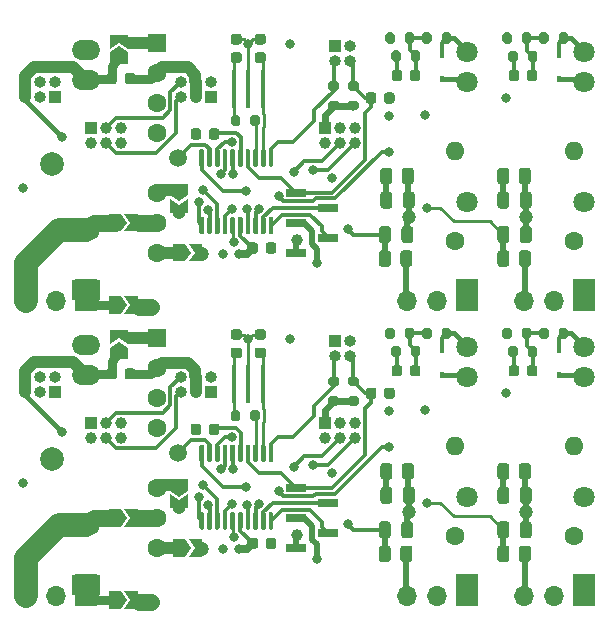
<source format=gbr>
%TF.GenerationSoftware,KiCad,Pcbnew,(5.1.10)-1*%
%TF.CreationDate,2022-01-18T18:17:05+07:00*%
%TF.ProjectId,Power_manager_v3_pnlz1x2,506f7765-725f-46d6-916e-616765725f76,rev?*%
%TF.SameCoordinates,Original*%
%TF.FileFunction,Copper,L1,Top*%
%TF.FilePolarity,Positive*%
%FSLAX46Y46*%
G04 Gerber Fmt 4.6, Leading zero omitted, Abs format (unit mm)*
G04 Created by KiCad (PCBNEW (5.1.10)-1) date 2022-01-18 18:17:05*
%MOMM*%
%LPD*%
G01*
G04 APERTURE LIST*
%TA.AperFunction,ComponentPad*%
%ADD10R,1.000000X1.000000*%
%TD*%
%TA.AperFunction,ComponentPad*%
%ADD11O,1.000000X1.000000*%
%TD*%
%TA.AperFunction,ComponentPad*%
%ADD12R,1.900000X2.700000*%
%TD*%
%TA.AperFunction,ComponentPad*%
%ADD13O,1.700000X1.700000*%
%TD*%
%TA.AperFunction,ComponentPad*%
%ADD14O,2.400000X1.700000*%
%TD*%
%TA.AperFunction,ComponentPad*%
%ADD15R,2.400000X1.700000*%
%TD*%
%TA.AperFunction,ComponentPad*%
%ADD16R,1.600000X1.600000*%
%TD*%
%TA.AperFunction,ComponentPad*%
%ADD17C,1.600000*%
%TD*%
%TA.AperFunction,ComponentPad*%
%ADD18C,1.000000*%
%TD*%
%TA.AperFunction,SMDPad,CuDef*%
%ADD19R,1.800000X0.650000*%
%TD*%
%TA.AperFunction,SMDPad,CuDef*%
%ADD20R,0.400000X3.200000*%
%TD*%
%TA.AperFunction,SMDPad,CuDef*%
%ADD21C,0.020000*%
%TD*%
%TA.AperFunction,ComponentPad*%
%ADD22C,2.000000*%
%TD*%
%TA.AperFunction,ComponentPad*%
%ADD23R,1.800000X1.800000*%
%TD*%
%TA.AperFunction,ComponentPad*%
%ADD24C,1.800000*%
%TD*%
%TA.AperFunction,ComponentPad*%
%ADD25O,1.600000X1.600000*%
%TD*%
%TA.AperFunction,ComponentPad*%
%ADD26C,1.500000*%
%TD*%
%TA.AperFunction,SMDPad,CuDef*%
%ADD27R,0.450000X0.600000*%
%TD*%
%TA.AperFunction,ViaPad*%
%ADD28C,0.800000*%
%TD*%
%TA.AperFunction,ViaPad*%
%ADD29C,1.200000*%
%TD*%
%TA.AperFunction,ViaPad*%
%ADD30C,1.000000*%
%TD*%
%TA.AperFunction,Conductor*%
%ADD31C,0.800000*%
%TD*%
%TA.AperFunction,Conductor*%
%ADD32C,1.000000*%
%TD*%
%TA.AperFunction,Conductor*%
%ADD33C,0.300000*%
%TD*%
%TA.AperFunction,Conductor*%
%ADD34C,0.500000*%
%TD*%
%TA.AperFunction,Conductor*%
%ADD35C,1.400000*%
%TD*%
%TA.AperFunction,Conductor*%
%ADD36C,0.250000*%
%TD*%
%TA.AperFunction,Conductor*%
%ADD37C,0.400000*%
%TD*%
%TA.AperFunction,Conductor*%
%ADD38C,0.600000*%
%TD*%
%TA.AperFunction,Conductor*%
%ADD39C,0.700000*%
%TD*%
%TA.AperFunction,Conductor*%
%ADD40C,2.000000*%
%TD*%
G04 APERTURE END LIST*
D10*
%TO.P,JP4,1*%
%TO.N,GNDPWR*%
X87540000Y-77632000D03*
D11*
%TO.P,JP4,2*%
%TO.N,Net-(JP4-Pad2)*%
X87540000Y-78902000D03*
%TO.P,JP4,3*%
%TO.N,GNDPWR*%
X88810000Y-77632000D03*
%TO.P,JP4,4*%
%TO.N,/nRst*%
X88810000Y-78902000D03*
%TD*%
D12*
%TO.P,J1,1*%
%TO.N,Net-(J1-Pad1)*%
X66458000Y-98714000D03*
D13*
%TO.P,J1,2*%
%TO.N,N/C*%
X63918000Y-99222000D03*
%TO.P,J1,3*%
%TO.N,Net-(J1-Pad3)*%
X61378000Y-99222000D03*
%TD*%
D12*
%TO.P,J3,1*%
%TO.N,Net-(J3-Pad1)*%
X98716000Y-98714000D03*
D13*
%TO.P,J3,2*%
%TO.N,N/C*%
X96176000Y-99222000D03*
%TO.P,J3,3*%
%TO.N,/Load1N*%
X93636000Y-99222000D03*
%TD*%
D12*
%TO.P,J4,1*%
%TO.N,Net-(J4-Pad1)*%
X108622000Y-98714000D03*
D13*
%TO.P,J4,2*%
%TO.N,N/C*%
X106082000Y-99222000D03*
%TO.P,J4,3*%
%TO.N,/Load2N*%
X103542000Y-99222000D03*
%TD*%
D14*
%TO.P,U1,4*%
%TO.N,GND1*%
X66458000Y-78013000D03*
%TO.P,U1,3*%
%TO.N,+5V*%
X66458000Y-80553000D03*
%TO.P,U1,2*%
%TO.N,Net-(J1-Pad3)*%
X66458000Y-93253000D03*
D15*
%TO.P,U1,1*%
%TO.N,Net-(J1-Pad1)*%
X66458000Y-98333000D03*
%TD*%
D16*
%TO.P,U4,1*%
%TO.N,Net-(C6-Pad2)*%
X72427000Y-77378000D03*
D17*
%TO.P,U4,2*%
%TO.N,GND1*%
X72427000Y-79918000D03*
%TO.P,U4,3*%
%TO.N,+5P*%
X72427000Y-82458000D03*
%TO.P,U4,4*%
%TO.N,/+5V_state*%
X72427000Y-84998000D03*
%TO.P,U4,5*%
%TO.N,Net-(JP5-Pad1)*%
X72436500Y-90078000D03*
%TO.P,U4,6*%
%TO.N,GNDPWR*%
X72427000Y-92618000D03*
%TO.P,U4,7*%
%TO.N,Net-(JP6-Pad1)*%
X72427000Y-95158000D03*
%TD*%
D10*
%TO.P,U7,A1*%
%TO.N,/+5V_state*%
X66839000Y-84617000D03*
D18*
%TO.P,U7,A2*%
%TO.N,/I2C_Int*%
X66839000Y-85887000D03*
%TO.P,U7,A3*%
%TO.N,/sda0*%
X68109000Y-84617000D03*
%TO.P,U7,A4*%
%TO.N,/scl0*%
X68109000Y-85887000D03*
%TO.P,U7,A5*%
%TO.N,+5P*%
X69379000Y-84617000D03*
%TO.P,U7,A6*%
%TO.N,GND1*%
X69379000Y-85887000D03*
D10*
%TO.P,U7,B1*%
%TO.N,+3.3VP*%
X86651000Y-84617000D03*
D18*
%TO.P,U7,B2*%
%TO.N,GNDPWR*%
X86651000Y-85887000D03*
%TO.P,U7,B3*%
%TO.N,/I2C_SDA*%
X87921000Y-84617000D03*
%TO.P,U7,B4*%
%TO.N,/I2C_SCL*%
X87921000Y-85887000D03*
%TO.P,U7,B5*%
%TO.N,/+5V_valid*%
X89191000Y-84617000D03*
%TO.P,U7,B6*%
%TO.N,/Int*%
X89191000Y-85887000D03*
%TD*%
D19*
%TO.P,J5,2*%
%TO.N,/SWCLK*%
X86938000Y-93888000D03*
%TO.P,J5,4*%
%TO.N,/SWDIO*%
X86938000Y-91348000D03*
%TO.P,J5,1*%
%TO.N,+3.3VP*%
X84238000Y-95158000D03*
%TO.P,J5,3*%
%TO.N,GNDPWR*%
X84238000Y-92618000D03*
%TO.P,J5,5*%
%TO.N,/nRst*%
X84238000Y-90078000D03*
%TD*%
%TO.P,C5,1*%
%TO.N,Net-(C5-Pad1)*%
%TA.AperFunction,SMDPad,CuDef*%
G36*
G01*
X79408000Y-79098000D02*
X78908000Y-79098000D01*
G75*
G02*
X78683000Y-78873000I0J225000D01*
G01*
X78683000Y-78423000D01*
G75*
G02*
X78908000Y-78198000I225000J0D01*
G01*
X79408000Y-78198000D01*
G75*
G02*
X79633000Y-78423000I0J-225000D01*
G01*
X79633000Y-78873000D01*
G75*
G02*
X79408000Y-79098000I-225000J0D01*
G01*
G37*
%TD.AperFunction*%
%TO.P,C5,2*%
%TO.N,GNDPWR*%
%TA.AperFunction,SMDPad,CuDef*%
G36*
G01*
X79408000Y-77548000D02*
X78908000Y-77548000D01*
G75*
G02*
X78683000Y-77323000I0J225000D01*
G01*
X78683000Y-76873000D01*
G75*
G02*
X78908000Y-76648000I225000J0D01*
G01*
X79408000Y-76648000D01*
G75*
G02*
X79633000Y-76873000I0J-225000D01*
G01*
X79633000Y-77323000D01*
G75*
G02*
X79408000Y-77548000I-225000J0D01*
G01*
G37*
%TD.AperFunction*%
%TD*%
%TO.P,R24,1*%
%TO.N,Net-(C5-Pad1)*%
%TA.AperFunction,SMDPad,CuDef*%
G36*
G01*
X78695000Y-84257000D02*
X78695000Y-83707000D01*
G75*
G02*
X78895000Y-83507000I200000J0D01*
G01*
X79295000Y-83507000D01*
G75*
G02*
X79495000Y-83707000I0J-200000D01*
G01*
X79495000Y-84257000D01*
G75*
G02*
X79295000Y-84457000I-200000J0D01*
G01*
X78895000Y-84457000D01*
G75*
G02*
X78695000Y-84257000I0J200000D01*
G01*
G37*
%TD.AperFunction*%
%TO.P,R24,2*%
%TO.N,Net-(R24-Pad2)*%
%TA.AperFunction,SMDPad,CuDef*%
G36*
G01*
X80345000Y-84257000D02*
X80345000Y-83707000D01*
G75*
G02*
X80545000Y-83507000I200000J0D01*
G01*
X80945000Y-83507000D01*
G75*
G02*
X81145000Y-83707000I0J-200000D01*
G01*
X81145000Y-84257000D01*
G75*
G02*
X80945000Y-84457000I-200000J0D01*
G01*
X80545000Y-84457000D01*
G75*
G02*
X80345000Y-84257000I0J200000D01*
G01*
G37*
%TD.AperFunction*%
%TD*%
%TO.P,U5,1*%
%TO.N,Net-(JP4-Pad2)*%
%TA.AperFunction,SMDPad,CuDef*%
G36*
G01*
X81987000Y-86409500D02*
X82187000Y-86409500D01*
G75*
G02*
X82287000Y-86509500I0J-100000D01*
G01*
X82287000Y-87784500D01*
G75*
G02*
X82187000Y-87884500I-100000J0D01*
G01*
X81987000Y-87884500D01*
G75*
G02*
X81887000Y-87784500I0J100000D01*
G01*
X81887000Y-86509500D01*
G75*
G02*
X81987000Y-86409500I100000J0D01*
G01*
G37*
%TD.AperFunction*%
%TO.P,U5,2*%
%TO.N,Net-(C4-Pad1)*%
%TA.AperFunction,SMDPad,CuDef*%
G36*
G01*
X81337000Y-86409500D02*
X81537000Y-86409500D01*
G75*
G02*
X81637000Y-86509500I0J-100000D01*
G01*
X81637000Y-87784500D01*
G75*
G02*
X81537000Y-87884500I-100000J0D01*
G01*
X81337000Y-87884500D01*
G75*
G02*
X81237000Y-87784500I0J100000D01*
G01*
X81237000Y-86509500D01*
G75*
G02*
X81337000Y-86409500I100000J0D01*
G01*
G37*
%TD.AperFunction*%
%TO.P,U5,3*%
%TO.N,Net-(R24-Pad2)*%
%TA.AperFunction,SMDPad,CuDef*%
G36*
G01*
X80687000Y-86409500D02*
X80887000Y-86409500D01*
G75*
G02*
X80987000Y-86509500I0J-100000D01*
G01*
X80987000Y-87784500D01*
G75*
G02*
X80887000Y-87884500I-100000J0D01*
G01*
X80687000Y-87884500D01*
G75*
G02*
X80587000Y-87784500I0J100000D01*
G01*
X80587000Y-86509500D01*
G75*
G02*
X80687000Y-86409500I100000J0D01*
G01*
G37*
%TD.AperFunction*%
%TO.P,U5,4*%
%TO.N,/nRst*%
%TA.AperFunction,SMDPad,CuDef*%
G36*
G01*
X80037000Y-86409500D02*
X80237000Y-86409500D01*
G75*
G02*
X80337000Y-86509500I0J-100000D01*
G01*
X80337000Y-87784500D01*
G75*
G02*
X80237000Y-87884500I-100000J0D01*
G01*
X80037000Y-87884500D01*
G75*
G02*
X79937000Y-87784500I0J100000D01*
G01*
X79937000Y-86509500D01*
G75*
G02*
X80037000Y-86409500I100000J0D01*
G01*
G37*
%TD.AperFunction*%
%TO.P,U5,5*%
%TO.N,Net-(C17-Pad2)*%
%TA.AperFunction,SMDPad,CuDef*%
G36*
G01*
X79387000Y-86409500D02*
X79587000Y-86409500D01*
G75*
G02*
X79687000Y-86509500I0J-100000D01*
G01*
X79687000Y-87784500D01*
G75*
G02*
X79587000Y-87884500I-100000J0D01*
G01*
X79387000Y-87884500D01*
G75*
G02*
X79287000Y-87784500I0J100000D01*
G01*
X79287000Y-86509500D01*
G75*
G02*
X79387000Y-86409500I100000J0D01*
G01*
G37*
%TD.AperFunction*%
%TO.P,U5,6*%
%TO.N,/Int*%
%TA.AperFunction,SMDPad,CuDef*%
G36*
G01*
X78737000Y-86409500D02*
X78937000Y-86409500D01*
G75*
G02*
X79037000Y-86509500I0J-100000D01*
G01*
X79037000Y-87784500D01*
G75*
G02*
X78937000Y-87884500I-100000J0D01*
G01*
X78737000Y-87884500D01*
G75*
G02*
X78637000Y-87784500I0J100000D01*
G01*
X78637000Y-86509500D01*
G75*
G02*
X78737000Y-86409500I100000J0D01*
G01*
G37*
%TD.AperFunction*%
%TO.P,U5,7*%
%TO.N,/L1_o1_nEn*%
%TA.AperFunction,SMDPad,CuDef*%
G36*
G01*
X78087000Y-86409500D02*
X78287000Y-86409500D01*
G75*
G02*
X78387000Y-86509500I0J-100000D01*
G01*
X78387000Y-87784500D01*
G75*
G02*
X78287000Y-87884500I-100000J0D01*
G01*
X78087000Y-87884500D01*
G75*
G02*
X77987000Y-87784500I0J100000D01*
G01*
X77987000Y-86509500D01*
G75*
G02*
X78087000Y-86409500I100000J0D01*
G01*
G37*
%TD.AperFunction*%
%TO.P,U5,8*%
%TO.N,/L1_o2_nEn*%
%TA.AperFunction,SMDPad,CuDef*%
G36*
G01*
X77437000Y-86409500D02*
X77637000Y-86409500D01*
G75*
G02*
X77737000Y-86509500I0J-100000D01*
G01*
X77737000Y-87784500D01*
G75*
G02*
X77637000Y-87884500I-100000J0D01*
G01*
X77437000Y-87884500D01*
G75*
G02*
X77337000Y-87784500I0J100000D01*
G01*
X77337000Y-86509500D01*
G75*
G02*
X77437000Y-86409500I100000J0D01*
G01*
G37*
%TD.AperFunction*%
%TO.P,U5,9*%
%TO.N,Net-(KP1-Pad1)*%
%TA.AperFunction,SMDPad,CuDef*%
G36*
G01*
X76787000Y-86409500D02*
X76987000Y-86409500D01*
G75*
G02*
X77087000Y-86509500I0J-100000D01*
G01*
X77087000Y-87784500D01*
G75*
G02*
X76987000Y-87884500I-100000J0D01*
G01*
X76787000Y-87884500D01*
G75*
G02*
X76687000Y-87784500I0J100000D01*
G01*
X76687000Y-86509500D01*
G75*
G02*
X76787000Y-86409500I100000J0D01*
G01*
G37*
%TD.AperFunction*%
%TO.P,U5,10*%
%TO.N,/SPI_SSEL*%
%TA.AperFunction,SMDPad,CuDef*%
G36*
G01*
X76137000Y-86409500D02*
X76337000Y-86409500D01*
G75*
G02*
X76437000Y-86509500I0J-100000D01*
G01*
X76437000Y-87784500D01*
G75*
G02*
X76337000Y-87884500I-100000J0D01*
G01*
X76137000Y-87884500D01*
G75*
G02*
X76037000Y-87784500I0J100000D01*
G01*
X76037000Y-86509500D01*
G75*
G02*
X76137000Y-86409500I100000J0D01*
G01*
G37*
%TD.AperFunction*%
%TO.P,U5,11*%
%TO.N,/SPI_SCLK*%
%TA.AperFunction,SMDPad,CuDef*%
G36*
G01*
X76137000Y-92134500D02*
X76337000Y-92134500D01*
G75*
G02*
X76437000Y-92234500I0J-100000D01*
G01*
X76437000Y-93509500D01*
G75*
G02*
X76337000Y-93609500I-100000J0D01*
G01*
X76137000Y-93609500D01*
G75*
G02*
X76037000Y-93509500I0J100000D01*
G01*
X76037000Y-92234500D01*
G75*
G02*
X76137000Y-92134500I100000J0D01*
G01*
G37*
%TD.AperFunction*%
%TO.P,U5,12*%
%TO.N,/SPI_MISO*%
%TA.AperFunction,SMDPad,CuDef*%
G36*
G01*
X76787000Y-92134500D02*
X76987000Y-92134500D01*
G75*
G02*
X77087000Y-92234500I0J-100000D01*
G01*
X77087000Y-93509500D01*
G75*
G02*
X76987000Y-93609500I-100000J0D01*
G01*
X76787000Y-93609500D01*
G75*
G02*
X76687000Y-93509500I0J100000D01*
G01*
X76687000Y-92234500D01*
G75*
G02*
X76787000Y-92134500I100000J0D01*
G01*
G37*
%TD.AperFunction*%
%TO.P,U5,13*%
%TO.N,/SPI_MOSI*%
%TA.AperFunction,SMDPad,CuDef*%
G36*
G01*
X77437000Y-92134500D02*
X77637000Y-92134500D01*
G75*
G02*
X77737000Y-92234500I0J-100000D01*
G01*
X77737000Y-93509500D01*
G75*
G02*
X77637000Y-93609500I-100000J0D01*
G01*
X77437000Y-93609500D01*
G75*
G02*
X77337000Y-93509500I0J100000D01*
G01*
X77337000Y-92234500D01*
G75*
G02*
X77437000Y-92134500I100000J0D01*
G01*
G37*
%TD.AperFunction*%
%TO.P,U5,14*%
%TO.N,/+5V_valid*%
%TA.AperFunction,SMDPad,CuDef*%
G36*
G01*
X78087000Y-92134500D02*
X78287000Y-92134500D01*
G75*
G02*
X78387000Y-92234500I0J-100000D01*
G01*
X78387000Y-93509500D01*
G75*
G02*
X78287000Y-93609500I-100000J0D01*
G01*
X78087000Y-93609500D01*
G75*
G02*
X77987000Y-93509500I0J100000D01*
G01*
X77987000Y-92234500D01*
G75*
G02*
X78087000Y-92134500I100000J0D01*
G01*
G37*
%TD.AperFunction*%
%TO.P,U5,15*%
%TO.N,GNDPWR*%
%TA.AperFunction,SMDPad,CuDef*%
G36*
G01*
X78737000Y-92134500D02*
X78937000Y-92134500D01*
G75*
G02*
X79037000Y-92234500I0J-100000D01*
G01*
X79037000Y-93509500D01*
G75*
G02*
X78937000Y-93609500I-100000J0D01*
G01*
X78737000Y-93609500D01*
G75*
G02*
X78637000Y-93509500I0J100000D01*
G01*
X78637000Y-92234500D01*
G75*
G02*
X78737000Y-92134500I100000J0D01*
G01*
G37*
%TD.AperFunction*%
%TO.P,U5,16*%
%TO.N,+3.3VP*%
%TA.AperFunction,SMDPad,CuDef*%
G36*
G01*
X79387000Y-92134500D02*
X79587000Y-92134500D01*
G75*
G02*
X79687000Y-92234500I0J-100000D01*
G01*
X79687000Y-93509500D01*
G75*
G02*
X79587000Y-93609500I-100000J0D01*
G01*
X79387000Y-93609500D01*
G75*
G02*
X79287000Y-93509500I0J100000D01*
G01*
X79287000Y-92234500D01*
G75*
G02*
X79387000Y-92134500I100000J0D01*
G01*
G37*
%TD.AperFunction*%
%TO.P,U5,17*%
%TO.N,/I2C_SCL*%
%TA.AperFunction,SMDPad,CuDef*%
G36*
G01*
X80037000Y-92134500D02*
X80237000Y-92134500D01*
G75*
G02*
X80337000Y-92234500I0J-100000D01*
G01*
X80337000Y-93509500D01*
G75*
G02*
X80237000Y-93609500I-100000J0D01*
G01*
X80037000Y-93609500D01*
G75*
G02*
X79937000Y-93509500I0J100000D01*
G01*
X79937000Y-92234500D01*
G75*
G02*
X80037000Y-92134500I100000J0D01*
G01*
G37*
%TD.AperFunction*%
%TO.P,U5,18*%
%TO.N,/I2C_SDA*%
%TA.AperFunction,SMDPad,CuDef*%
G36*
G01*
X80687000Y-92134500D02*
X80887000Y-92134500D01*
G75*
G02*
X80987000Y-92234500I0J-100000D01*
G01*
X80987000Y-93509500D01*
G75*
G02*
X80887000Y-93609500I-100000J0D01*
G01*
X80687000Y-93609500D01*
G75*
G02*
X80587000Y-93509500I0J100000D01*
G01*
X80587000Y-92234500D01*
G75*
G02*
X80687000Y-92134500I100000J0D01*
G01*
G37*
%TD.AperFunction*%
%TO.P,U5,19*%
%TO.N,/SWDIO*%
%TA.AperFunction,SMDPad,CuDef*%
G36*
G01*
X81337000Y-92134500D02*
X81537000Y-92134500D01*
G75*
G02*
X81637000Y-92234500I0J-100000D01*
G01*
X81637000Y-93509500D01*
G75*
G02*
X81537000Y-93609500I-100000J0D01*
G01*
X81337000Y-93609500D01*
G75*
G02*
X81237000Y-93509500I0J100000D01*
G01*
X81237000Y-92234500D01*
G75*
G02*
X81337000Y-92134500I100000J0D01*
G01*
G37*
%TD.AperFunction*%
%TO.P,U5,20*%
%TO.N,/SWCLK*%
%TA.AperFunction,SMDPad,CuDef*%
G36*
G01*
X81987000Y-92134500D02*
X82187000Y-92134500D01*
G75*
G02*
X82287000Y-92234500I0J-100000D01*
G01*
X82287000Y-93509500D01*
G75*
G02*
X82187000Y-93609500I-100000J0D01*
G01*
X81987000Y-93609500D01*
G75*
G02*
X81887000Y-93509500I0J100000D01*
G01*
X81887000Y-92234500D01*
G75*
G02*
X81987000Y-92134500I100000J0D01*
G01*
G37*
%TD.AperFunction*%
%TD*%
D20*
%TO.P,Y1,1*%
%TO.N,Net-(C4-Pad1)*%
X81374000Y-81315000D03*
%TO.P,Y1,2*%
%TO.N,GNDPWR*%
X80174000Y-81315000D03*
%TO.P,Y1,3*%
%TO.N,Net-(C5-Pad1)*%
X78974000Y-81315000D03*
%TD*%
%TO.P,C7,1*%
%TO.N,/nRst*%
%TA.AperFunction,SMDPad,CuDef*%
G36*
G01*
X90112000Y-82327000D02*
X90112000Y-81827000D01*
G75*
G02*
X90337000Y-81602000I225000J0D01*
G01*
X90787000Y-81602000D01*
G75*
G02*
X91012000Y-81827000I0J-225000D01*
G01*
X91012000Y-82327000D01*
G75*
G02*
X90787000Y-82552000I-225000J0D01*
G01*
X90337000Y-82552000D01*
G75*
G02*
X90112000Y-82327000I0J225000D01*
G01*
G37*
%TD.AperFunction*%
%TO.P,C7,2*%
%TO.N,GNDPWR*%
%TA.AperFunction,SMDPad,CuDef*%
G36*
G01*
X91662000Y-82327000D02*
X91662000Y-81827000D01*
G75*
G02*
X91887000Y-81602000I225000J0D01*
G01*
X92337000Y-81602000D01*
G75*
G02*
X92562000Y-81827000I0J-225000D01*
G01*
X92562000Y-82327000D01*
G75*
G02*
X92337000Y-82552000I-225000J0D01*
G01*
X91887000Y-82552000D01*
G75*
G02*
X91662000Y-82327000I0J225000D01*
G01*
G37*
%TD.AperFunction*%
%TD*%
%TO.P,C15,1*%
%TO.N,+3.3VP*%
%TA.AperFunction,SMDPad,CuDef*%
G36*
G01*
X80092000Y-95027000D02*
X80092000Y-94527000D01*
G75*
G02*
X80317000Y-94302000I225000J0D01*
G01*
X80767000Y-94302000D01*
G75*
G02*
X80992000Y-94527000I0J-225000D01*
G01*
X80992000Y-95027000D01*
G75*
G02*
X80767000Y-95252000I-225000J0D01*
G01*
X80317000Y-95252000D01*
G75*
G02*
X80092000Y-95027000I0J225000D01*
G01*
G37*
%TD.AperFunction*%
%TO.P,C15,2*%
%TO.N,GNDPWR*%
%TA.AperFunction,SMDPad,CuDef*%
G36*
G01*
X81642000Y-95027000D02*
X81642000Y-94527000D01*
G75*
G02*
X81867000Y-94302000I225000J0D01*
G01*
X82317000Y-94302000D01*
G75*
G02*
X82542000Y-94527000I0J-225000D01*
G01*
X82542000Y-95027000D01*
G75*
G02*
X82317000Y-95252000I-225000J0D01*
G01*
X81867000Y-95252000D01*
G75*
G02*
X81642000Y-95027000I0J225000D01*
G01*
G37*
%TD.AperFunction*%
%TD*%
%TA.AperFunction,SMDPad,CuDef*%
D21*
%TO.P,JP3,2*%
%TO.N,Net-(C6-Pad2)*%
G36*
X70002000Y-76751000D02*
G01*
X70002000Y-77901000D01*
X69252000Y-77401000D01*
X68502000Y-77901000D01*
X68502000Y-76751000D01*
X70002000Y-76751000D01*
G37*
%TD.AperFunction*%
%TA.AperFunction,SMDPad,CuDef*%
%TO.P,JP3,1*%
%TO.N,+5V*%
G36*
X69252000Y-77701000D02*
G01*
X70002000Y-78201000D01*
X70002000Y-79201000D01*
X68502000Y-79201000D01*
X68502000Y-78201000D01*
X69252000Y-77701000D01*
G37*
%TD.AperFunction*%
%TD*%
%TA.AperFunction,SMDPad,CuDef*%
%TO.P,JP5,2*%
%TO.N,+5VP*%
G36*
X73582000Y-91774000D02*
G01*
X73582000Y-90624000D01*
X74332000Y-91124000D01*
X75082000Y-90624000D01*
X75082000Y-91774000D01*
X73582000Y-91774000D01*
G37*
%TD.AperFunction*%
%TA.AperFunction,SMDPad,CuDef*%
%TO.P,JP5,1*%
%TO.N,Net-(JP5-Pad1)*%
G36*
X74332000Y-90824000D02*
G01*
X73582000Y-90324000D01*
X73582000Y-89324000D01*
X75082000Y-89324000D01*
X75082000Y-90324000D01*
X74332000Y-90824000D01*
G37*
%TD.AperFunction*%
%TD*%
%TA.AperFunction,SMDPad,CuDef*%
%TO.P,JP6,2*%
%TO.N,+3.3VP*%
G36*
X76282000Y-95908000D02*
G01*
X75132000Y-95908000D01*
X75632000Y-95158000D01*
X75132000Y-94408000D01*
X76282000Y-94408000D01*
X76282000Y-95908000D01*
G37*
%TD.AperFunction*%
%TA.AperFunction,SMDPad,CuDef*%
%TO.P,JP6,1*%
%TO.N,Net-(JP6-Pad1)*%
G36*
X75332000Y-95158000D02*
G01*
X74832000Y-95908000D01*
X73832000Y-95908000D01*
X73832000Y-94408000D01*
X74832000Y-94408000D01*
X75332000Y-95158000D01*
G37*
%TD.AperFunction*%
%TD*%
D22*
%TO.P,GND1,1*%
%TO.N,GND1*%
X63537000Y-87665000D03*
%TD*%
%TO.P,C4,1*%
%TO.N,Net-(C4-Pad1)*%
%TA.AperFunction,SMDPad,CuDef*%
G36*
G01*
X81440000Y-79098000D02*
X80940000Y-79098000D01*
G75*
G02*
X80715000Y-78873000I0J225000D01*
G01*
X80715000Y-78423000D01*
G75*
G02*
X80940000Y-78198000I225000J0D01*
G01*
X81440000Y-78198000D01*
G75*
G02*
X81665000Y-78423000I0J-225000D01*
G01*
X81665000Y-78873000D01*
G75*
G02*
X81440000Y-79098000I-225000J0D01*
G01*
G37*
%TD.AperFunction*%
%TO.P,C4,2*%
%TO.N,GNDPWR*%
%TA.AperFunction,SMDPad,CuDef*%
G36*
G01*
X81440000Y-77548000D02*
X80940000Y-77548000D01*
G75*
G02*
X80715000Y-77323000I0J225000D01*
G01*
X80715000Y-76873000D01*
G75*
G02*
X80940000Y-76648000I225000J0D01*
G01*
X81440000Y-76648000D01*
G75*
G02*
X81665000Y-76873000I0J-225000D01*
G01*
X81665000Y-77323000D01*
G75*
G02*
X81440000Y-77548000I-225000J0D01*
G01*
G37*
%TD.AperFunction*%
%TD*%
%TO.P,R18,1*%
%TO.N,/Load1N*%
%TA.AperFunction,SMDPad,CuDef*%
G36*
G01*
X94068500Y-95215999D02*
X94068500Y-96116001D01*
G75*
G02*
X93818501Y-96366000I-249999J0D01*
G01*
X93293499Y-96366000D01*
G75*
G02*
X93043500Y-96116001I0J249999D01*
G01*
X93043500Y-95215999D01*
G75*
G02*
X93293499Y-94966000I249999J0D01*
G01*
X93818501Y-94966000D01*
G75*
G02*
X94068500Y-95215999I0J-249999D01*
G01*
G37*
%TD.AperFunction*%
%TO.P,R18,2*%
%TO.N,Net-(C9-Pad2)*%
%TA.AperFunction,SMDPad,CuDef*%
G36*
G01*
X92243500Y-95215999D02*
X92243500Y-96116001D01*
G75*
G02*
X91993501Y-96366000I-249999J0D01*
G01*
X91468499Y-96366000D01*
G75*
G02*
X91218500Y-96116001I0J249999D01*
G01*
X91218500Y-95215999D01*
G75*
G02*
X91468499Y-94966000I249999J0D01*
G01*
X91993501Y-94966000D01*
G75*
G02*
X92243500Y-95215999I0J-249999D01*
G01*
G37*
%TD.AperFunction*%
%TD*%
%TO.P,R19,1*%
%TO.N,GNDPWR*%
%TA.AperFunction,SMDPad,CuDef*%
G36*
G01*
X94195500Y-88230999D02*
X94195500Y-89131001D01*
G75*
G02*
X93945501Y-89381000I-249999J0D01*
G01*
X93420499Y-89381000D01*
G75*
G02*
X93170500Y-89131001I0J249999D01*
G01*
X93170500Y-88230999D01*
G75*
G02*
X93420499Y-87981000I249999J0D01*
G01*
X93945501Y-87981000D01*
G75*
G02*
X94195500Y-88230999I0J-249999D01*
G01*
G37*
%TD.AperFunction*%
%TO.P,R19,2*%
%TO.N,Net-(C10-Pad1)*%
%TA.AperFunction,SMDPad,CuDef*%
G36*
G01*
X92370500Y-88230999D02*
X92370500Y-89131001D01*
G75*
G02*
X92120501Y-89381000I-249999J0D01*
G01*
X91595499Y-89381000D01*
G75*
G02*
X91345500Y-89131001I0J249999D01*
G01*
X91345500Y-88230999D01*
G75*
G02*
X91595499Y-87981000I249999J0D01*
G01*
X92120501Y-87981000D01*
G75*
G02*
X92370500Y-88230999I0J-249999D01*
G01*
G37*
%TD.AperFunction*%
%TD*%
%TO.P,R20,2*%
%TO.N,Net-(C11-Pad2)*%
%TA.AperFunction,SMDPad,CuDef*%
G36*
G01*
X102276500Y-95215999D02*
X102276500Y-96116001D01*
G75*
G02*
X102026501Y-96366000I-249999J0D01*
G01*
X101501499Y-96366000D01*
G75*
G02*
X101251500Y-96116001I0J249999D01*
G01*
X101251500Y-95215999D01*
G75*
G02*
X101501499Y-94966000I249999J0D01*
G01*
X102026501Y-94966000D01*
G75*
G02*
X102276500Y-95215999I0J-249999D01*
G01*
G37*
%TD.AperFunction*%
%TO.P,R20,1*%
%TO.N,/Load2N*%
%TA.AperFunction,SMDPad,CuDef*%
G36*
G01*
X104101500Y-95215999D02*
X104101500Y-96116001D01*
G75*
G02*
X103851501Y-96366000I-249999J0D01*
G01*
X103326499Y-96366000D01*
G75*
G02*
X103076500Y-96116001I0J249999D01*
G01*
X103076500Y-95215999D01*
G75*
G02*
X103326499Y-94966000I249999J0D01*
G01*
X103851501Y-94966000D01*
G75*
G02*
X104101500Y-95215999I0J-249999D01*
G01*
G37*
%TD.AperFunction*%
%TD*%
%TO.P,R21,1*%
%TO.N,GNDPWR*%
%TA.AperFunction,SMDPad,CuDef*%
G36*
G01*
X104101500Y-88230999D02*
X104101500Y-89131001D01*
G75*
G02*
X103851501Y-89381000I-249999J0D01*
G01*
X103326499Y-89381000D01*
G75*
G02*
X103076500Y-89131001I0J249999D01*
G01*
X103076500Y-88230999D01*
G75*
G02*
X103326499Y-87981000I249999J0D01*
G01*
X103851501Y-87981000D01*
G75*
G02*
X104101500Y-88230999I0J-249999D01*
G01*
G37*
%TD.AperFunction*%
%TO.P,R21,2*%
%TO.N,Net-(C12-Pad1)*%
%TA.AperFunction,SMDPad,CuDef*%
G36*
G01*
X102276500Y-88230999D02*
X102276500Y-89131001D01*
G75*
G02*
X102026501Y-89381000I-249999J0D01*
G01*
X101501499Y-89381000D01*
G75*
G02*
X101251500Y-89131001I0J249999D01*
G01*
X101251500Y-88230999D01*
G75*
G02*
X101501499Y-87981000I249999J0D01*
G01*
X102026501Y-87981000D01*
G75*
G02*
X102276500Y-88230999I0J-249999D01*
G01*
G37*
%TD.AperFunction*%
%TD*%
D23*
%TO.P,U2,1*%
%TO.N,Net-(J3-Pad1)*%
X98716000Y-98460000D03*
D24*
%TO.P,U2,2*%
%TO.N,Net-(F1-Pad2)*%
X98716000Y-90840000D03*
%TO.P,U2,3*%
%TO.N,+5VP*%
X98716000Y-80680000D03*
%TO.P,U2,4*%
%TO.N,Net-(D3-Pad2)*%
X98716000Y-78140000D03*
%TD*%
%TA.AperFunction,SMDPad,CuDef*%
D21*
%TO.P,JP2,2*%
%TO.N,GNDPWR*%
G36*
X70821000Y-93368000D02*
G01*
X69671000Y-93368000D01*
X70171000Y-92618000D01*
X69671000Y-91868000D01*
X70821000Y-91868000D01*
X70821000Y-93368000D01*
G37*
%TD.AperFunction*%
%TA.AperFunction,SMDPad,CuDef*%
%TO.P,JP2,1*%
%TO.N,Net-(J1-Pad3)*%
G36*
X69871000Y-92618000D02*
G01*
X69371000Y-93368000D01*
X68371000Y-93368000D01*
X68371000Y-91868000D01*
X69371000Y-91868000D01*
X69871000Y-92618000D01*
G37*
%TD.AperFunction*%
%TD*%
%TO.P,R23,1*%
%TO.N,Net-(JP4-Pad2)*%
%TA.AperFunction,SMDPad,CuDef*%
G36*
G01*
X87138000Y-80661000D02*
X87688000Y-80661000D01*
G75*
G02*
X87888000Y-80861000I0J-200000D01*
G01*
X87888000Y-81261000D01*
G75*
G02*
X87688000Y-81461000I-200000J0D01*
G01*
X87138000Y-81461000D01*
G75*
G02*
X86938000Y-81261000I0J200000D01*
G01*
X86938000Y-80861000D01*
G75*
G02*
X87138000Y-80661000I200000J0D01*
G01*
G37*
%TD.AperFunction*%
%TO.P,R23,2*%
%TO.N,+3.3VP*%
%TA.AperFunction,SMDPad,CuDef*%
G36*
G01*
X87138000Y-82311000D02*
X87688000Y-82311000D01*
G75*
G02*
X87888000Y-82511000I0J-200000D01*
G01*
X87888000Y-82911000D01*
G75*
G02*
X87688000Y-83111000I-200000J0D01*
G01*
X87138000Y-83111000D01*
G75*
G02*
X86938000Y-82911000I0J200000D01*
G01*
X86938000Y-82511000D01*
G75*
G02*
X87138000Y-82311000I200000J0D01*
G01*
G37*
%TD.AperFunction*%
%TD*%
%TO.P,R25,1*%
%TO.N,+3.3VP*%
%TA.AperFunction,SMDPad,CuDef*%
G36*
G01*
X89339000Y-83112000D02*
X88789000Y-83112000D01*
G75*
G02*
X88589000Y-82912000I0J200000D01*
G01*
X88589000Y-82512000D01*
G75*
G02*
X88789000Y-82312000I200000J0D01*
G01*
X89339000Y-82312000D01*
G75*
G02*
X89539000Y-82512000I0J-200000D01*
G01*
X89539000Y-82912000D01*
G75*
G02*
X89339000Y-83112000I-200000J0D01*
G01*
G37*
%TD.AperFunction*%
%TO.P,R25,2*%
%TO.N,/nRst*%
%TA.AperFunction,SMDPad,CuDef*%
G36*
G01*
X89339000Y-81462000D02*
X88789000Y-81462000D01*
G75*
G02*
X88589000Y-81262000I0J200000D01*
G01*
X88589000Y-80862000D01*
G75*
G02*
X88789000Y-80662000I200000J0D01*
G01*
X89339000Y-80662000D01*
G75*
G02*
X89539000Y-80862000I0J-200000D01*
G01*
X89539000Y-81262000D01*
G75*
G02*
X89339000Y-81462000I-200000J0D01*
G01*
G37*
%TD.AperFunction*%
%TD*%
D17*
%TO.P,F1,1*%
%TO.N,AC*%
X97700000Y-94142000D03*
D25*
%TO.P,F1,2*%
%TO.N,Net-(F1-Pad2)*%
X97700000Y-86522000D03*
%TD*%
D26*
%TO.P,KP1,1*%
%TO.N,Net-(KP1-Pad1)*%
X74205000Y-87157000D03*
%TD*%
%TO.P,C17,1*%
%TO.N,GNDPWR*%
%TA.AperFunction,SMDPad,CuDef*%
G36*
G01*
X75279000Y-85375000D02*
X75279000Y-84875000D01*
G75*
G02*
X75504000Y-84650000I225000J0D01*
G01*
X75954000Y-84650000D01*
G75*
G02*
X76179000Y-84875000I0J-225000D01*
G01*
X76179000Y-85375000D01*
G75*
G02*
X75954000Y-85600000I-225000J0D01*
G01*
X75504000Y-85600000D01*
G75*
G02*
X75279000Y-85375000I0J225000D01*
G01*
G37*
%TD.AperFunction*%
%TO.P,C17,2*%
%TO.N,Net-(C17-Pad2)*%
%TA.AperFunction,SMDPad,CuDef*%
G36*
G01*
X76829000Y-85375000D02*
X76829000Y-84875000D01*
G75*
G02*
X77054000Y-84650000I225000J0D01*
G01*
X77504000Y-84650000D01*
G75*
G02*
X77729000Y-84875000I0J-225000D01*
G01*
X77729000Y-85375000D01*
G75*
G02*
X77504000Y-85600000I-225000J0D01*
G01*
X77054000Y-85600000D01*
G75*
G02*
X76829000Y-85375000I0J225000D01*
G01*
G37*
%TD.AperFunction*%
%TD*%
D10*
%TO.P,J6,1*%
%TO.N,/+5V_state*%
X76999000Y-81950000D03*
D11*
%TO.P,J6,2*%
%TO.N,/I2C_Int*%
X76999000Y-80680000D03*
%TO.P,J6,3*%
%TO.N,GND1*%
X75729000Y-81950000D03*
%TO.P,J6,4*%
X75729000Y-80680000D03*
%TO.P,J6,5*%
%TO.N,/scl0*%
X74459000Y-81950000D03*
%TO.P,J6,6*%
%TO.N,/sda0*%
X74459000Y-80680000D03*
%TD*%
%TO.P,R6,1*%
%TO.N,Net-(C1-Pad2)*%
%TA.AperFunction,SMDPad,CuDef*%
G36*
G01*
X94733500Y-78246000D02*
X94733500Y-78796000D01*
G75*
G02*
X94533500Y-78996000I-200000J0D01*
G01*
X94133500Y-78996000D01*
G75*
G02*
X93933500Y-78796000I0J200000D01*
G01*
X93933500Y-78246000D01*
G75*
G02*
X94133500Y-78046000I200000J0D01*
G01*
X94533500Y-78046000D01*
G75*
G02*
X94733500Y-78246000I0J-200000D01*
G01*
G37*
%TD.AperFunction*%
%TO.P,R6,2*%
%TO.N,Net-(C1-Pad1)*%
%TA.AperFunction,SMDPad,CuDef*%
G36*
G01*
X93083500Y-78246000D02*
X93083500Y-78796000D01*
G75*
G02*
X92883500Y-78996000I-200000J0D01*
G01*
X92483500Y-78996000D01*
G75*
G02*
X92283500Y-78796000I0J200000D01*
G01*
X92283500Y-78246000D01*
G75*
G02*
X92483500Y-78046000I200000J0D01*
G01*
X92883500Y-78046000D01*
G75*
G02*
X93083500Y-78246000I0J-200000D01*
G01*
G37*
%TD.AperFunction*%
%TD*%
%TO.P,R8,1*%
%TO.N,Net-(C2-Pad2)*%
%TA.AperFunction,SMDPad,CuDef*%
G36*
G01*
X104793000Y-77272000D02*
X104793000Y-76722000D01*
G75*
G02*
X104993000Y-76522000I200000J0D01*
G01*
X105393000Y-76522000D01*
G75*
G02*
X105593000Y-76722000I0J-200000D01*
G01*
X105593000Y-77272000D01*
G75*
G02*
X105393000Y-77472000I-200000J0D01*
G01*
X104993000Y-77472000D01*
G75*
G02*
X104793000Y-77272000I0J200000D01*
G01*
G37*
%TD.AperFunction*%
%TO.P,R8,2*%
%TO.N,Net-(D4-Pad2)*%
%TA.AperFunction,SMDPad,CuDef*%
G36*
G01*
X106443000Y-77272000D02*
X106443000Y-76722000D01*
G75*
G02*
X106643000Y-76522000I200000J0D01*
G01*
X107043000Y-76522000D01*
G75*
G02*
X107243000Y-76722000I0J-200000D01*
G01*
X107243000Y-77272000D01*
G75*
G02*
X107043000Y-77472000I-200000J0D01*
G01*
X106643000Y-77472000D01*
G75*
G02*
X106443000Y-77272000I0J200000D01*
G01*
G37*
%TD.AperFunction*%
%TD*%
%TO.P,R9,1*%
%TO.N,Net-(C2-Pad2)*%
%TA.AperFunction,SMDPad,CuDef*%
G36*
G01*
X104639500Y-78284100D02*
X104639500Y-78834100D01*
G75*
G02*
X104439500Y-79034100I-200000J0D01*
G01*
X104039500Y-79034100D01*
G75*
G02*
X103839500Y-78834100I0J200000D01*
G01*
X103839500Y-78284100D01*
G75*
G02*
X104039500Y-78084100I200000J0D01*
G01*
X104439500Y-78084100D01*
G75*
G02*
X104639500Y-78284100I0J-200000D01*
G01*
G37*
%TD.AperFunction*%
%TO.P,R9,2*%
%TO.N,Net-(C2-Pad1)*%
%TA.AperFunction,SMDPad,CuDef*%
G36*
G01*
X102989500Y-78284100D02*
X102989500Y-78834100D01*
G75*
G02*
X102789500Y-79034100I-200000J0D01*
G01*
X102389500Y-79034100D01*
G75*
G02*
X102189500Y-78834100I0J200000D01*
G01*
X102189500Y-78284100D01*
G75*
G02*
X102389500Y-78084100I200000J0D01*
G01*
X102789500Y-78084100D01*
G75*
G02*
X102989500Y-78284100I0J-200000D01*
G01*
G37*
%TD.AperFunction*%
%TD*%
%TO.P,C9,1*%
%TO.N,GNDPWR*%
%TA.AperFunction,SMDPad,CuDef*%
G36*
G01*
X94131000Y-93159000D02*
X94131000Y-94109000D01*
G75*
G02*
X93881000Y-94359000I-250000J0D01*
G01*
X93381000Y-94359000D01*
G75*
G02*
X93131000Y-94109000I0J250000D01*
G01*
X93131000Y-93159000D01*
G75*
G02*
X93381000Y-92909000I250000J0D01*
G01*
X93881000Y-92909000D01*
G75*
G02*
X94131000Y-93159000I0J-250000D01*
G01*
G37*
%TD.AperFunction*%
%TO.P,C9,2*%
%TO.N,Net-(C9-Pad2)*%
%TA.AperFunction,SMDPad,CuDef*%
G36*
G01*
X92231000Y-93159000D02*
X92231000Y-94109000D01*
G75*
G02*
X91981000Y-94359000I-250000J0D01*
G01*
X91481000Y-94359000D01*
G75*
G02*
X91231000Y-94109000I0J250000D01*
G01*
X91231000Y-93159000D01*
G75*
G02*
X91481000Y-92909000I250000J0D01*
G01*
X91981000Y-92909000D01*
G75*
G02*
X92231000Y-93159000I0J-250000D01*
G01*
G37*
%TD.AperFunction*%
%TD*%
%TO.P,C10,1*%
%TO.N,Net-(C10-Pad1)*%
%TA.AperFunction,SMDPad,CuDef*%
G36*
G01*
X91363000Y-91188000D02*
X91363000Y-90238000D01*
G75*
G02*
X91613000Y-89988000I250000J0D01*
G01*
X92113000Y-89988000D01*
G75*
G02*
X92363000Y-90238000I0J-250000D01*
G01*
X92363000Y-91188000D01*
G75*
G02*
X92113000Y-91438000I-250000J0D01*
G01*
X91613000Y-91438000D01*
G75*
G02*
X91363000Y-91188000I0J250000D01*
G01*
G37*
%TD.AperFunction*%
%TO.P,C10,2*%
%TO.N,GNDPWR*%
%TA.AperFunction,SMDPad,CuDef*%
G36*
G01*
X93263000Y-91188000D02*
X93263000Y-90238000D01*
G75*
G02*
X93513000Y-89988000I250000J0D01*
G01*
X94013000Y-89988000D01*
G75*
G02*
X94263000Y-90238000I0J-250000D01*
G01*
X94263000Y-91188000D01*
G75*
G02*
X94013000Y-91438000I-250000J0D01*
G01*
X93513000Y-91438000D01*
G75*
G02*
X93263000Y-91188000I0J250000D01*
G01*
G37*
%TD.AperFunction*%
%TD*%
%TO.P,C11,1*%
%TO.N,GNDPWR*%
%TA.AperFunction,SMDPad,CuDef*%
G36*
G01*
X104169000Y-93159000D02*
X104169000Y-94109000D01*
G75*
G02*
X103919000Y-94359000I-250000J0D01*
G01*
X103419000Y-94359000D01*
G75*
G02*
X103169000Y-94109000I0J250000D01*
G01*
X103169000Y-93159000D01*
G75*
G02*
X103419000Y-92909000I250000J0D01*
G01*
X103919000Y-92909000D01*
G75*
G02*
X104169000Y-93159000I0J-250000D01*
G01*
G37*
%TD.AperFunction*%
%TO.P,C11,2*%
%TO.N,Net-(C11-Pad2)*%
%TA.AperFunction,SMDPad,CuDef*%
G36*
G01*
X102269000Y-93159000D02*
X102269000Y-94109000D01*
G75*
G02*
X102019000Y-94359000I-250000J0D01*
G01*
X101519000Y-94359000D01*
G75*
G02*
X101269000Y-94109000I0J250000D01*
G01*
X101269000Y-93159000D01*
G75*
G02*
X101519000Y-92909000I250000J0D01*
G01*
X102019000Y-92909000D01*
G75*
G02*
X102269000Y-93159000I0J-250000D01*
G01*
G37*
%TD.AperFunction*%
%TD*%
%TO.P,C12,1*%
%TO.N,Net-(C12-Pad1)*%
%TA.AperFunction,SMDPad,CuDef*%
G36*
G01*
X101264000Y-91188000D02*
X101264000Y-90238000D01*
G75*
G02*
X101514000Y-89988000I250000J0D01*
G01*
X102014000Y-89988000D01*
G75*
G02*
X102264000Y-90238000I0J-250000D01*
G01*
X102264000Y-91188000D01*
G75*
G02*
X102014000Y-91438000I-250000J0D01*
G01*
X101514000Y-91438000D01*
G75*
G02*
X101264000Y-91188000I0J250000D01*
G01*
G37*
%TD.AperFunction*%
%TO.P,C12,2*%
%TO.N,GNDPWR*%
%TA.AperFunction,SMDPad,CuDef*%
G36*
G01*
X103164000Y-91188000D02*
X103164000Y-90238000D01*
G75*
G02*
X103414000Y-89988000I250000J0D01*
G01*
X103914000Y-89988000D01*
G75*
G02*
X104164000Y-90238000I0J-250000D01*
G01*
X104164000Y-91188000D01*
G75*
G02*
X103914000Y-91438000I-250000J0D01*
G01*
X103414000Y-91438000D01*
G75*
G02*
X103164000Y-91188000I0J250000D01*
G01*
G37*
%TD.AperFunction*%
%TD*%
D17*
%TO.P,F2,1*%
%TO.N,AC*%
X107733000Y-94142000D03*
D25*
%TO.P,F2,2*%
%TO.N,Net-(F2-Pad2)*%
X107733000Y-86522000D03*
%TD*%
D10*
%TO.P,J2,1*%
%TO.N,+5P*%
X63791000Y-81950000D03*
D11*
%TO.P,J2,2*%
X63791000Y-80680000D03*
%TO.P,J2,3*%
%TO.N,GND1*%
X62521000Y-81950000D03*
%TO.P,J2,4*%
X62521000Y-80680000D03*
%TO.P,J2,5*%
%TO.N,+5V*%
X61251000Y-81950000D03*
%TO.P,J2,6*%
X61251000Y-80680000D03*
%TD*%
%TA.AperFunction,SMDPad,CuDef*%
D21*
%TO.P,JP1,2*%
%TO.N,AC*%
G36*
X70821000Y-100353000D02*
G01*
X69671000Y-100353000D01*
X70171000Y-99603000D01*
X69671000Y-98853000D01*
X70821000Y-98853000D01*
X70821000Y-100353000D01*
G37*
%TD.AperFunction*%
%TA.AperFunction,SMDPad,CuDef*%
%TO.P,JP1,1*%
%TO.N,Net-(J1-Pad1)*%
G36*
X69871000Y-99603000D02*
G01*
X69371000Y-100353000D01*
X68371000Y-100353000D01*
X68371000Y-98853000D01*
X69371000Y-98853000D01*
X69871000Y-99603000D01*
G37*
%TD.AperFunction*%
%TD*%
D23*
%TO.P,U3,1*%
%TO.N,Net-(J4-Pad1)*%
X108622000Y-98460000D03*
D24*
%TO.P,U3,2*%
%TO.N,Net-(F2-Pad2)*%
X108622000Y-90840000D03*
%TO.P,U3,3*%
%TO.N,+5VP*%
X108622000Y-80680000D03*
%TO.P,U3,4*%
%TO.N,Net-(D4-Pad2)*%
X108622000Y-78140000D03*
%TD*%
%TO.P,C3,1*%
%TO.N,GND1*%
%TA.AperFunction,SMDPad,CuDef*%
G36*
G01*
X70591000Y-80176000D02*
X70591000Y-80676000D01*
G75*
G02*
X70366000Y-80901000I-225000J0D01*
G01*
X69916000Y-80901000D01*
G75*
G02*
X69691000Y-80676000I0J225000D01*
G01*
X69691000Y-80176000D01*
G75*
G02*
X69916000Y-79951000I225000J0D01*
G01*
X70366000Y-79951000D01*
G75*
G02*
X70591000Y-80176000I0J-225000D01*
G01*
G37*
%TD.AperFunction*%
%TO.P,C3,2*%
%TO.N,+5V*%
%TA.AperFunction,SMDPad,CuDef*%
G36*
G01*
X69041000Y-80176000D02*
X69041000Y-80676000D01*
G75*
G02*
X68816000Y-80901000I-225000J0D01*
G01*
X68366000Y-80901000D01*
G75*
G02*
X68141000Y-80676000I0J225000D01*
G01*
X68141000Y-80176000D01*
G75*
G02*
X68366000Y-79951000I225000J0D01*
G01*
X68816000Y-79951000D01*
G75*
G02*
X69041000Y-80176000I0J-225000D01*
G01*
G37*
%TD.AperFunction*%
%TD*%
%TO.P,C1,1*%
%TO.N,Net-(C1-Pad1)*%
%TA.AperFunction,SMDPad,CuDef*%
G36*
G01*
X92297000Y-80422000D02*
X92297000Y-79922000D01*
G75*
G02*
X92522000Y-79697000I225000J0D01*
G01*
X92972000Y-79697000D01*
G75*
G02*
X93197000Y-79922000I0J-225000D01*
G01*
X93197000Y-80422000D01*
G75*
G02*
X92972000Y-80647000I-225000J0D01*
G01*
X92522000Y-80647000D01*
G75*
G02*
X92297000Y-80422000I0J225000D01*
G01*
G37*
%TD.AperFunction*%
%TO.P,C1,2*%
%TO.N,Net-(C1-Pad2)*%
%TA.AperFunction,SMDPad,CuDef*%
G36*
G01*
X93847000Y-80422000D02*
X93847000Y-79922000D01*
G75*
G02*
X94072000Y-79697000I225000J0D01*
G01*
X94522000Y-79697000D01*
G75*
G02*
X94747000Y-79922000I0J-225000D01*
G01*
X94747000Y-80422000D01*
G75*
G02*
X94522000Y-80647000I-225000J0D01*
G01*
X94072000Y-80647000D01*
G75*
G02*
X93847000Y-80422000I0J225000D01*
G01*
G37*
%TD.AperFunction*%
%TD*%
%TO.P,C2,1*%
%TO.N,Net-(C2-Pad1)*%
%TA.AperFunction,SMDPad,CuDef*%
G36*
G01*
X102203000Y-80422000D02*
X102203000Y-79922000D01*
G75*
G02*
X102428000Y-79697000I225000J0D01*
G01*
X102878000Y-79697000D01*
G75*
G02*
X103103000Y-79922000I0J-225000D01*
G01*
X103103000Y-80422000D01*
G75*
G02*
X102878000Y-80647000I-225000J0D01*
G01*
X102428000Y-80647000D01*
G75*
G02*
X102203000Y-80422000I0J225000D01*
G01*
G37*
%TD.AperFunction*%
%TO.P,C2,2*%
%TO.N,Net-(C2-Pad2)*%
%TA.AperFunction,SMDPad,CuDef*%
G36*
G01*
X103753000Y-80422000D02*
X103753000Y-79922000D01*
G75*
G02*
X103978000Y-79697000I225000J0D01*
G01*
X104428000Y-79697000D01*
G75*
G02*
X104653000Y-79922000I0J-225000D01*
G01*
X104653000Y-80422000D01*
G75*
G02*
X104428000Y-80647000I-225000J0D01*
G01*
X103978000Y-80647000D01*
G75*
G02*
X103753000Y-80422000I0J225000D01*
G01*
G37*
%TD.AperFunction*%
%TD*%
D27*
%TO.P,D3,1*%
%TO.N,+5VP*%
X96557000Y-80494000D03*
%TO.P,D3,2*%
%TO.N,Net-(D3-Pad2)*%
X96557000Y-78394000D03*
%TD*%
%TO.P,D4,1*%
%TO.N,+5VP*%
X106463000Y-80494000D03*
%TO.P,D4,2*%
%TO.N,Net-(D4-Pad2)*%
X106463000Y-78394000D03*
%TD*%
%TO.P,R1,1*%
%TO.N,Net-(C1-Pad2)*%
%TA.AperFunction,SMDPad,CuDef*%
G36*
G01*
X94225500Y-76722000D02*
X94225500Y-77272000D01*
G75*
G02*
X94025500Y-77472000I-200000J0D01*
G01*
X93625500Y-77472000D01*
G75*
G02*
X93425500Y-77272000I0J200000D01*
G01*
X93425500Y-76722000D01*
G75*
G02*
X93625500Y-76522000I200000J0D01*
G01*
X94025500Y-76522000D01*
G75*
G02*
X94225500Y-76722000I0J-200000D01*
G01*
G37*
%TD.AperFunction*%
%TO.P,R1,2*%
%TO.N,Net-(D1-Pad1)*%
%TA.AperFunction,SMDPad,CuDef*%
G36*
G01*
X92575500Y-76722000D02*
X92575500Y-77272000D01*
G75*
G02*
X92375500Y-77472000I-200000J0D01*
G01*
X91975500Y-77472000D01*
G75*
G02*
X91775500Y-77272000I0J200000D01*
G01*
X91775500Y-76722000D01*
G75*
G02*
X91975500Y-76522000I200000J0D01*
G01*
X92375500Y-76522000D01*
G75*
G02*
X92575500Y-76722000I0J-200000D01*
G01*
G37*
%TD.AperFunction*%
%TD*%
%TO.P,R2,1*%
%TO.N,Net-(C2-Pad2)*%
%TA.AperFunction,SMDPad,CuDef*%
G36*
G01*
X104131500Y-76722000D02*
X104131500Y-77272000D01*
G75*
G02*
X103931500Y-77472000I-200000J0D01*
G01*
X103531500Y-77472000D01*
G75*
G02*
X103331500Y-77272000I0J200000D01*
G01*
X103331500Y-76722000D01*
G75*
G02*
X103531500Y-76522000I200000J0D01*
G01*
X103931500Y-76522000D01*
G75*
G02*
X104131500Y-76722000I0J-200000D01*
G01*
G37*
%TD.AperFunction*%
%TO.P,R2,2*%
%TO.N,Net-(D2-Pad1)*%
%TA.AperFunction,SMDPad,CuDef*%
G36*
G01*
X102481500Y-76722000D02*
X102481500Y-77272000D01*
G75*
G02*
X102281500Y-77472000I-200000J0D01*
G01*
X101881500Y-77472000D01*
G75*
G02*
X101681500Y-77272000I0J200000D01*
G01*
X101681500Y-76722000D01*
G75*
G02*
X101881500Y-76522000I200000J0D01*
G01*
X102281500Y-76522000D01*
G75*
G02*
X102481500Y-76722000I0J-200000D01*
G01*
G37*
%TD.AperFunction*%
%TD*%
%TO.P,R5,1*%
%TO.N,Net-(C1-Pad2)*%
%TA.AperFunction,SMDPad,CuDef*%
G36*
G01*
X94887000Y-77272000D02*
X94887000Y-76722000D01*
G75*
G02*
X95087000Y-76522000I200000J0D01*
G01*
X95487000Y-76522000D01*
G75*
G02*
X95687000Y-76722000I0J-200000D01*
G01*
X95687000Y-77272000D01*
G75*
G02*
X95487000Y-77472000I-200000J0D01*
G01*
X95087000Y-77472000D01*
G75*
G02*
X94887000Y-77272000I0J200000D01*
G01*
G37*
%TD.AperFunction*%
%TO.P,R5,2*%
%TO.N,Net-(D3-Pad2)*%
%TA.AperFunction,SMDPad,CuDef*%
G36*
G01*
X96537000Y-77272000D02*
X96537000Y-76722000D01*
G75*
G02*
X96737000Y-76522000I200000J0D01*
G01*
X97137000Y-76522000D01*
G75*
G02*
X97337000Y-76722000I0J-200000D01*
G01*
X97337000Y-77272000D01*
G75*
G02*
X97137000Y-77472000I-200000J0D01*
G01*
X96737000Y-77472000D01*
G75*
G02*
X96537000Y-77272000I0J200000D01*
G01*
G37*
%TD.AperFunction*%
%TD*%
D19*
%TO.P,J5,5*%
%TO.N,/nRst*%
X84238000Y-65078000D03*
%TO.P,J5,3*%
%TO.N,GNDPWR*%
X84238000Y-67618000D03*
%TO.P,J5,1*%
%TO.N,+3.3VP*%
X84238000Y-70158000D03*
%TO.P,J5,4*%
%TO.N,/SWDIO*%
X86938000Y-66348000D03*
%TO.P,J5,2*%
%TO.N,/SWCLK*%
X86938000Y-68888000D03*
%TD*%
D18*
%TO.P,U7,B6*%
%TO.N,/Int*%
X89191000Y-60887000D03*
%TO.P,U7,B5*%
%TO.N,/+5V_valid*%
X89191000Y-59617000D03*
%TO.P,U7,B4*%
%TO.N,/I2C_SCL*%
X87921000Y-60887000D03*
%TO.P,U7,B3*%
%TO.N,/I2C_SDA*%
X87921000Y-59617000D03*
%TO.P,U7,B2*%
%TO.N,GNDPWR*%
X86651000Y-60887000D03*
D10*
%TO.P,U7,B1*%
%TO.N,+3.3VP*%
X86651000Y-59617000D03*
D18*
%TO.P,U7,A6*%
%TO.N,GND1*%
X69379000Y-60887000D03*
%TO.P,U7,A5*%
%TO.N,+5P*%
X69379000Y-59617000D03*
%TO.P,U7,A4*%
%TO.N,/scl0*%
X68109000Y-60887000D03*
%TO.P,U7,A3*%
%TO.N,/sda0*%
X68109000Y-59617000D03*
%TO.P,U7,A2*%
%TO.N,/I2C_Int*%
X66839000Y-60887000D03*
D10*
%TO.P,U7,A1*%
%TO.N,/+5V_state*%
X66839000Y-59617000D03*
%TD*%
D17*
%TO.P,U4,7*%
%TO.N,Net-(JP6-Pad1)*%
X72427000Y-70158000D03*
%TO.P,U4,6*%
%TO.N,GNDPWR*%
X72427000Y-67618000D03*
%TO.P,U4,5*%
%TO.N,Net-(JP5-Pad1)*%
X72436500Y-65078000D03*
%TO.P,U4,4*%
%TO.N,/+5V_state*%
X72427000Y-59998000D03*
%TO.P,U4,3*%
%TO.N,+5P*%
X72427000Y-57458000D03*
%TO.P,U4,2*%
%TO.N,GND1*%
X72427000Y-54918000D03*
D16*
%TO.P,U4,1*%
%TO.N,Net-(C6-Pad2)*%
X72427000Y-52378000D03*
%TD*%
D15*
%TO.P,U1,1*%
%TO.N,Net-(J1-Pad1)*%
X66458000Y-73333000D03*
D14*
%TO.P,U1,2*%
%TO.N,Net-(J1-Pad3)*%
X66458000Y-68253000D03*
%TO.P,U1,3*%
%TO.N,+5V*%
X66458000Y-55553000D03*
%TO.P,U1,4*%
%TO.N,GND1*%
X66458000Y-53013000D03*
%TD*%
D13*
%TO.P,J4,3*%
%TO.N,/Load2N*%
X103542000Y-74222000D03*
%TO.P,J4,2*%
%TO.N,N/C*%
X106082000Y-74222000D03*
D12*
%TO.P,J4,1*%
%TO.N,Net-(J4-Pad1)*%
X108622000Y-73714000D03*
%TD*%
D13*
%TO.P,J3,3*%
%TO.N,/Load1N*%
X93636000Y-74222000D03*
%TO.P,J3,2*%
%TO.N,N/C*%
X96176000Y-74222000D03*
D12*
%TO.P,J3,1*%
%TO.N,Net-(J3-Pad1)*%
X98716000Y-73714000D03*
%TD*%
D13*
%TO.P,J1,3*%
%TO.N,Net-(J1-Pad3)*%
X61378000Y-74222000D03*
%TO.P,J1,2*%
%TO.N,N/C*%
X63918000Y-74222000D03*
D12*
%TO.P,J1,1*%
%TO.N,Net-(J1-Pad1)*%
X66458000Y-73714000D03*
%TD*%
D11*
%TO.P,JP4,4*%
%TO.N,/nRst*%
X88810000Y-53902000D03*
%TO.P,JP4,3*%
%TO.N,GNDPWR*%
X88810000Y-52632000D03*
%TO.P,JP4,2*%
%TO.N,Net-(JP4-Pad2)*%
X87540000Y-53902000D03*
D10*
%TO.P,JP4,1*%
%TO.N,GNDPWR*%
X87540000Y-52632000D03*
%TD*%
D11*
%TO.P,J6,6*%
%TO.N,/sda0*%
X74459000Y-55680000D03*
%TO.P,J6,5*%
%TO.N,/scl0*%
X74459000Y-56950000D03*
%TO.P,J6,4*%
%TO.N,GND1*%
X75729000Y-55680000D03*
%TO.P,J6,3*%
X75729000Y-56950000D03*
%TO.P,J6,2*%
%TO.N,/I2C_Int*%
X76999000Y-55680000D03*
D10*
%TO.P,J6,1*%
%TO.N,/+5V_state*%
X76999000Y-56950000D03*
%TD*%
%TO.P,C17,2*%
%TO.N,Net-(C17-Pad2)*%
%TA.AperFunction,SMDPad,CuDef*%
G36*
G01*
X76829000Y-60375000D02*
X76829000Y-59875000D01*
G75*
G02*
X77054000Y-59650000I225000J0D01*
G01*
X77504000Y-59650000D01*
G75*
G02*
X77729000Y-59875000I0J-225000D01*
G01*
X77729000Y-60375000D01*
G75*
G02*
X77504000Y-60600000I-225000J0D01*
G01*
X77054000Y-60600000D01*
G75*
G02*
X76829000Y-60375000I0J225000D01*
G01*
G37*
%TD.AperFunction*%
%TO.P,C17,1*%
%TO.N,GNDPWR*%
%TA.AperFunction,SMDPad,CuDef*%
G36*
G01*
X75279000Y-60375000D02*
X75279000Y-59875000D01*
G75*
G02*
X75504000Y-59650000I225000J0D01*
G01*
X75954000Y-59650000D01*
G75*
G02*
X76179000Y-59875000I0J-225000D01*
G01*
X76179000Y-60375000D01*
G75*
G02*
X75954000Y-60600000I-225000J0D01*
G01*
X75504000Y-60600000D01*
G75*
G02*
X75279000Y-60375000I0J225000D01*
G01*
G37*
%TD.AperFunction*%
%TD*%
D26*
%TO.P,KP1,1*%
%TO.N,Net-(KP1-Pad1)*%
X74205000Y-62157000D03*
%TD*%
D25*
%TO.P,F1,2*%
%TO.N,Net-(F1-Pad2)*%
X97700000Y-61522000D03*
D17*
%TO.P,F1,1*%
%TO.N,AC*%
X97700000Y-69142000D03*
%TD*%
%TO.P,R25,2*%
%TO.N,/nRst*%
%TA.AperFunction,SMDPad,CuDef*%
G36*
G01*
X89339000Y-56462000D02*
X88789000Y-56462000D01*
G75*
G02*
X88589000Y-56262000I0J200000D01*
G01*
X88589000Y-55862000D01*
G75*
G02*
X88789000Y-55662000I200000J0D01*
G01*
X89339000Y-55662000D01*
G75*
G02*
X89539000Y-55862000I0J-200000D01*
G01*
X89539000Y-56262000D01*
G75*
G02*
X89339000Y-56462000I-200000J0D01*
G01*
G37*
%TD.AperFunction*%
%TO.P,R25,1*%
%TO.N,+3.3VP*%
%TA.AperFunction,SMDPad,CuDef*%
G36*
G01*
X89339000Y-58112000D02*
X88789000Y-58112000D01*
G75*
G02*
X88589000Y-57912000I0J200000D01*
G01*
X88589000Y-57512000D01*
G75*
G02*
X88789000Y-57312000I200000J0D01*
G01*
X89339000Y-57312000D01*
G75*
G02*
X89539000Y-57512000I0J-200000D01*
G01*
X89539000Y-57912000D01*
G75*
G02*
X89339000Y-58112000I-200000J0D01*
G01*
G37*
%TD.AperFunction*%
%TD*%
%TO.P,R23,2*%
%TO.N,+3.3VP*%
%TA.AperFunction,SMDPad,CuDef*%
G36*
G01*
X87138000Y-57311000D02*
X87688000Y-57311000D01*
G75*
G02*
X87888000Y-57511000I0J-200000D01*
G01*
X87888000Y-57911000D01*
G75*
G02*
X87688000Y-58111000I-200000J0D01*
G01*
X87138000Y-58111000D01*
G75*
G02*
X86938000Y-57911000I0J200000D01*
G01*
X86938000Y-57511000D01*
G75*
G02*
X87138000Y-57311000I200000J0D01*
G01*
G37*
%TD.AperFunction*%
%TO.P,R23,1*%
%TO.N,Net-(JP4-Pad2)*%
%TA.AperFunction,SMDPad,CuDef*%
G36*
G01*
X87138000Y-55661000D02*
X87688000Y-55661000D01*
G75*
G02*
X87888000Y-55861000I0J-200000D01*
G01*
X87888000Y-56261000D01*
G75*
G02*
X87688000Y-56461000I-200000J0D01*
G01*
X87138000Y-56461000D01*
G75*
G02*
X86938000Y-56261000I0J200000D01*
G01*
X86938000Y-55861000D01*
G75*
G02*
X87138000Y-55661000I200000J0D01*
G01*
G37*
%TD.AperFunction*%
%TD*%
%TO.P,C15,2*%
%TO.N,GNDPWR*%
%TA.AperFunction,SMDPad,CuDef*%
G36*
G01*
X81642000Y-70027000D02*
X81642000Y-69527000D01*
G75*
G02*
X81867000Y-69302000I225000J0D01*
G01*
X82317000Y-69302000D01*
G75*
G02*
X82542000Y-69527000I0J-225000D01*
G01*
X82542000Y-70027000D01*
G75*
G02*
X82317000Y-70252000I-225000J0D01*
G01*
X81867000Y-70252000D01*
G75*
G02*
X81642000Y-70027000I0J225000D01*
G01*
G37*
%TD.AperFunction*%
%TO.P,C15,1*%
%TO.N,+3.3VP*%
%TA.AperFunction,SMDPad,CuDef*%
G36*
G01*
X80092000Y-70027000D02*
X80092000Y-69527000D01*
G75*
G02*
X80317000Y-69302000I225000J0D01*
G01*
X80767000Y-69302000D01*
G75*
G02*
X80992000Y-69527000I0J-225000D01*
G01*
X80992000Y-70027000D01*
G75*
G02*
X80767000Y-70252000I-225000J0D01*
G01*
X80317000Y-70252000D01*
G75*
G02*
X80092000Y-70027000I0J225000D01*
G01*
G37*
%TD.AperFunction*%
%TD*%
%TO.P,C7,2*%
%TO.N,GNDPWR*%
%TA.AperFunction,SMDPad,CuDef*%
G36*
G01*
X91662000Y-57327000D02*
X91662000Y-56827000D01*
G75*
G02*
X91887000Y-56602000I225000J0D01*
G01*
X92337000Y-56602000D01*
G75*
G02*
X92562000Y-56827000I0J-225000D01*
G01*
X92562000Y-57327000D01*
G75*
G02*
X92337000Y-57552000I-225000J0D01*
G01*
X91887000Y-57552000D01*
G75*
G02*
X91662000Y-57327000I0J225000D01*
G01*
G37*
%TD.AperFunction*%
%TO.P,C7,1*%
%TO.N,/nRst*%
%TA.AperFunction,SMDPad,CuDef*%
G36*
G01*
X90112000Y-57327000D02*
X90112000Y-56827000D01*
G75*
G02*
X90337000Y-56602000I225000J0D01*
G01*
X90787000Y-56602000D01*
G75*
G02*
X91012000Y-56827000I0J-225000D01*
G01*
X91012000Y-57327000D01*
G75*
G02*
X90787000Y-57552000I-225000J0D01*
G01*
X90337000Y-57552000D01*
G75*
G02*
X90112000Y-57327000I0J225000D01*
G01*
G37*
%TD.AperFunction*%
%TD*%
D20*
%TO.P,Y1,3*%
%TO.N,Net-(C5-Pad1)*%
X78974000Y-56315000D03*
%TO.P,Y1,2*%
%TO.N,GNDPWR*%
X80174000Y-56315000D03*
%TO.P,Y1,1*%
%TO.N,Net-(C4-Pad1)*%
X81374000Y-56315000D03*
%TD*%
%TO.P,U5,20*%
%TO.N,/SWCLK*%
%TA.AperFunction,SMDPad,CuDef*%
G36*
G01*
X81987000Y-67134500D02*
X82187000Y-67134500D01*
G75*
G02*
X82287000Y-67234500I0J-100000D01*
G01*
X82287000Y-68509500D01*
G75*
G02*
X82187000Y-68609500I-100000J0D01*
G01*
X81987000Y-68609500D01*
G75*
G02*
X81887000Y-68509500I0J100000D01*
G01*
X81887000Y-67234500D01*
G75*
G02*
X81987000Y-67134500I100000J0D01*
G01*
G37*
%TD.AperFunction*%
%TO.P,U5,19*%
%TO.N,/SWDIO*%
%TA.AperFunction,SMDPad,CuDef*%
G36*
G01*
X81337000Y-67134500D02*
X81537000Y-67134500D01*
G75*
G02*
X81637000Y-67234500I0J-100000D01*
G01*
X81637000Y-68509500D01*
G75*
G02*
X81537000Y-68609500I-100000J0D01*
G01*
X81337000Y-68609500D01*
G75*
G02*
X81237000Y-68509500I0J100000D01*
G01*
X81237000Y-67234500D01*
G75*
G02*
X81337000Y-67134500I100000J0D01*
G01*
G37*
%TD.AperFunction*%
%TO.P,U5,18*%
%TO.N,/I2C_SDA*%
%TA.AperFunction,SMDPad,CuDef*%
G36*
G01*
X80687000Y-67134500D02*
X80887000Y-67134500D01*
G75*
G02*
X80987000Y-67234500I0J-100000D01*
G01*
X80987000Y-68509500D01*
G75*
G02*
X80887000Y-68609500I-100000J0D01*
G01*
X80687000Y-68609500D01*
G75*
G02*
X80587000Y-68509500I0J100000D01*
G01*
X80587000Y-67234500D01*
G75*
G02*
X80687000Y-67134500I100000J0D01*
G01*
G37*
%TD.AperFunction*%
%TO.P,U5,17*%
%TO.N,/I2C_SCL*%
%TA.AperFunction,SMDPad,CuDef*%
G36*
G01*
X80037000Y-67134500D02*
X80237000Y-67134500D01*
G75*
G02*
X80337000Y-67234500I0J-100000D01*
G01*
X80337000Y-68509500D01*
G75*
G02*
X80237000Y-68609500I-100000J0D01*
G01*
X80037000Y-68609500D01*
G75*
G02*
X79937000Y-68509500I0J100000D01*
G01*
X79937000Y-67234500D01*
G75*
G02*
X80037000Y-67134500I100000J0D01*
G01*
G37*
%TD.AperFunction*%
%TO.P,U5,16*%
%TO.N,+3.3VP*%
%TA.AperFunction,SMDPad,CuDef*%
G36*
G01*
X79387000Y-67134500D02*
X79587000Y-67134500D01*
G75*
G02*
X79687000Y-67234500I0J-100000D01*
G01*
X79687000Y-68509500D01*
G75*
G02*
X79587000Y-68609500I-100000J0D01*
G01*
X79387000Y-68609500D01*
G75*
G02*
X79287000Y-68509500I0J100000D01*
G01*
X79287000Y-67234500D01*
G75*
G02*
X79387000Y-67134500I100000J0D01*
G01*
G37*
%TD.AperFunction*%
%TO.P,U5,15*%
%TO.N,GNDPWR*%
%TA.AperFunction,SMDPad,CuDef*%
G36*
G01*
X78737000Y-67134500D02*
X78937000Y-67134500D01*
G75*
G02*
X79037000Y-67234500I0J-100000D01*
G01*
X79037000Y-68509500D01*
G75*
G02*
X78937000Y-68609500I-100000J0D01*
G01*
X78737000Y-68609500D01*
G75*
G02*
X78637000Y-68509500I0J100000D01*
G01*
X78637000Y-67234500D01*
G75*
G02*
X78737000Y-67134500I100000J0D01*
G01*
G37*
%TD.AperFunction*%
%TO.P,U5,14*%
%TO.N,/+5V_valid*%
%TA.AperFunction,SMDPad,CuDef*%
G36*
G01*
X78087000Y-67134500D02*
X78287000Y-67134500D01*
G75*
G02*
X78387000Y-67234500I0J-100000D01*
G01*
X78387000Y-68509500D01*
G75*
G02*
X78287000Y-68609500I-100000J0D01*
G01*
X78087000Y-68609500D01*
G75*
G02*
X77987000Y-68509500I0J100000D01*
G01*
X77987000Y-67234500D01*
G75*
G02*
X78087000Y-67134500I100000J0D01*
G01*
G37*
%TD.AperFunction*%
%TO.P,U5,13*%
%TO.N,/SPI_MOSI*%
%TA.AperFunction,SMDPad,CuDef*%
G36*
G01*
X77437000Y-67134500D02*
X77637000Y-67134500D01*
G75*
G02*
X77737000Y-67234500I0J-100000D01*
G01*
X77737000Y-68509500D01*
G75*
G02*
X77637000Y-68609500I-100000J0D01*
G01*
X77437000Y-68609500D01*
G75*
G02*
X77337000Y-68509500I0J100000D01*
G01*
X77337000Y-67234500D01*
G75*
G02*
X77437000Y-67134500I100000J0D01*
G01*
G37*
%TD.AperFunction*%
%TO.P,U5,12*%
%TO.N,/SPI_MISO*%
%TA.AperFunction,SMDPad,CuDef*%
G36*
G01*
X76787000Y-67134500D02*
X76987000Y-67134500D01*
G75*
G02*
X77087000Y-67234500I0J-100000D01*
G01*
X77087000Y-68509500D01*
G75*
G02*
X76987000Y-68609500I-100000J0D01*
G01*
X76787000Y-68609500D01*
G75*
G02*
X76687000Y-68509500I0J100000D01*
G01*
X76687000Y-67234500D01*
G75*
G02*
X76787000Y-67134500I100000J0D01*
G01*
G37*
%TD.AperFunction*%
%TO.P,U5,11*%
%TO.N,/SPI_SCLK*%
%TA.AperFunction,SMDPad,CuDef*%
G36*
G01*
X76137000Y-67134500D02*
X76337000Y-67134500D01*
G75*
G02*
X76437000Y-67234500I0J-100000D01*
G01*
X76437000Y-68509500D01*
G75*
G02*
X76337000Y-68609500I-100000J0D01*
G01*
X76137000Y-68609500D01*
G75*
G02*
X76037000Y-68509500I0J100000D01*
G01*
X76037000Y-67234500D01*
G75*
G02*
X76137000Y-67134500I100000J0D01*
G01*
G37*
%TD.AperFunction*%
%TO.P,U5,10*%
%TO.N,/SPI_SSEL*%
%TA.AperFunction,SMDPad,CuDef*%
G36*
G01*
X76137000Y-61409500D02*
X76337000Y-61409500D01*
G75*
G02*
X76437000Y-61509500I0J-100000D01*
G01*
X76437000Y-62784500D01*
G75*
G02*
X76337000Y-62884500I-100000J0D01*
G01*
X76137000Y-62884500D01*
G75*
G02*
X76037000Y-62784500I0J100000D01*
G01*
X76037000Y-61509500D01*
G75*
G02*
X76137000Y-61409500I100000J0D01*
G01*
G37*
%TD.AperFunction*%
%TO.P,U5,9*%
%TO.N,Net-(KP1-Pad1)*%
%TA.AperFunction,SMDPad,CuDef*%
G36*
G01*
X76787000Y-61409500D02*
X76987000Y-61409500D01*
G75*
G02*
X77087000Y-61509500I0J-100000D01*
G01*
X77087000Y-62784500D01*
G75*
G02*
X76987000Y-62884500I-100000J0D01*
G01*
X76787000Y-62884500D01*
G75*
G02*
X76687000Y-62784500I0J100000D01*
G01*
X76687000Y-61509500D01*
G75*
G02*
X76787000Y-61409500I100000J0D01*
G01*
G37*
%TD.AperFunction*%
%TO.P,U5,8*%
%TO.N,/L1_o2_nEn*%
%TA.AperFunction,SMDPad,CuDef*%
G36*
G01*
X77437000Y-61409500D02*
X77637000Y-61409500D01*
G75*
G02*
X77737000Y-61509500I0J-100000D01*
G01*
X77737000Y-62784500D01*
G75*
G02*
X77637000Y-62884500I-100000J0D01*
G01*
X77437000Y-62884500D01*
G75*
G02*
X77337000Y-62784500I0J100000D01*
G01*
X77337000Y-61509500D01*
G75*
G02*
X77437000Y-61409500I100000J0D01*
G01*
G37*
%TD.AperFunction*%
%TO.P,U5,7*%
%TO.N,/L1_o1_nEn*%
%TA.AperFunction,SMDPad,CuDef*%
G36*
G01*
X78087000Y-61409500D02*
X78287000Y-61409500D01*
G75*
G02*
X78387000Y-61509500I0J-100000D01*
G01*
X78387000Y-62784500D01*
G75*
G02*
X78287000Y-62884500I-100000J0D01*
G01*
X78087000Y-62884500D01*
G75*
G02*
X77987000Y-62784500I0J100000D01*
G01*
X77987000Y-61509500D01*
G75*
G02*
X78087000Y-61409500I100000J0D01*
G01*
G37*
%TD.AperFunction*%
%TO.P,U5,6*%
%TO.N,/Int*%
%TA.AperFunction,SMDPad,CuDef*%
G36*
G01*
X78737000Y-61409500D02*
X78937000Y-61409500D01*
G75*
G02*
X79037000Y-61509500I0J-100000D01*
G01*
X79037000Y-62784500D01*
G75*
G02*
X78937000Y-62884500I-100000J0D01*
G01*
X78737000Y-62884500D01*
G75*
G02*
X78637000Y-62784500I0J100000D01*
G01*
X78637000Y-61509500D01*
G75*
G02*
X78737000Y-61409500I100000J0D01*
G01*
G37*
%TD.AperFunction*%
%TO.P,U5,5*%
%TO.N,Net-(C17-Pad2)*%
%TA.AperFunction,SMDPad,CuDef*%
G36*
G01*
X79387000Y-61409500D02*
X79587000Y-61409500D01*
G75*
G02*
X79687000Y-61509500I0J-100000D01*
G01*
X79687000Y-62784500D01*
G75*
G02*
X79587000Y-62884500I-100000J0D01*
G01*
X79387000Y-62884500D01*
G75*
G02*
X79287000Y-62784500I0J100000D01*
G01*
X79287000Y-61509500D01*
G75*
G02*
X79387000Y-61409500I100000J0D01*
G01*
G37*
%TD.AperFunction*%
%TO.P,U5,4*%
%TO.N,/nRst*%
%TA.AperFunction,SMDPad,CuDef*%
G36*
G01*
X80037000Y-61409500D02*
X80237000Y-61409500D01*
G75*
G02*
X80337000Y-61509500I0J-100000D01*
G01*
X80337000Y-62784500D01*
G75*
G02*
X80237000Y-62884500I-100000J0D01*
G01*
X80037000Y-62884500D01*
G75*
G02*
X79937000Y-62784500I0J100000D01*
G01*
X79937000Y-61509500D01*
G75*
G02*
X80037000Y-61409500I100000J0D01*
G01*
G37*
%TD.AperFunction*%
%TO.P,U5,3*%
%TO.N,Net-(R24-Pad2)*%
%TA.AperFunction,SMDPad,CuDef*%
G36*
G01*
X80687000Y-61409500D02*
X80887000Y-61409500D01*
G75*
G02*
X80987000Y-61509500I0J-100000D01*
G01*
X80987000Y-62784500D01*
G75*
G02*
X80887000Y-62884500I-100000J0D01*
G01*
X80687000Y-62884500D01*
G75*
G02*
X80587000Y-62784500I0J100000D01*
G01*
X80587000Y-61509500D01*
G75*
G02*
X80687000Y-61409500I100000J0D01*
G01*
G37*
%TD.AperFunction*%
%TO.P,U5,2*%
%TO.N,Net-(C4-Pad1)*%
%TA.AperFunction,SMDPad,CuDef*%
G36*
G01*
X81337000Y-61409500D02*
X81537000Y-61409500D01*
G75*
G02*
X81637000Y-61509500I0J-100000D01*
G01*
X81637000Y-62784500D01*
G75*
G02*
X81537000Y-62884500I-100000J0D01*
G01*
X81337000Y-62884500D01*
G75*
G02*
X81237000Y-62784500I0J100000D01*
G01*
X81237000Y-61509500D01*
G75*
G02*
X81337000Y-61409500I100000J0D01*
G01*
G37*
%TD.AperFunction*%
%TO.P,U5,1*%
%TO.N,Net-(JP4-Pad2)*%
%TA.AperFunction,SMDPad,CuDef*%
G36*
G01*
X81987000Y-61409500D02*
X82187000Y-61409500D01*
G75*
G02*
X82287000Y-61509500I0J-100000D01*
G01*
X82287000Y-62784500D01*
G75*
G02*
X82187000Y-62884500I-100000J0D01*
G01*
X81987000Y-62884500D01*
G75*
G02*
X81887000Y-62784500I0J100000D01*
G01*
X81887000Y-61509500D01*
G75*
G02*
X81987000Y-61409500I100000J0D01*
G01*
G37*
%TD.AperFunction*%
%TD*%
%TO.P,R24,2*%
%TO.N,Net-(R24-Pad2)*%
%TA.AperFunction,SMDPad,CuDef*%
G36*
G01*
X80345000Y-59257000D02*
X80345000Y-58707000D01*
G75*
G02*
X80545000Y-58507000I200000J0D01*
G01*
X80945000Y-58507000D01*
G75*
G02*
X81145000Y-58707000I0J-200000D01*
G01*
X81145000Y-59257000D01*
G75*
G02*
X80945000Y-59457000I-200000J0D01*
G01*
X80545000Y-59457000D01*
G75*
G02*
X80345000Y-59257000I0J200000D01*
G01*
G37*
%TD.AperFunction*%
%TO.P,R24,1*%
%TO.N,Net-(C5-Pad1)*%
%TA.AperFunction,SMDPad,CuDef*%
G36*
G01*
X78695000Y-59257000D02*
X78695000Y-58707000D01*
G75*
G02*
X78895000Y-58507000I200000J0D01*
G01*
X79295000Y-58507000D01*
G75*
G02*
X79495000Y-58707000I0J-200000D01*
G01*
X79495000Y-59257000D01*
G75*
G02*
X79295000Y-59457000I-200000J0D01*
G01*
X78895000Y-59457000D01*
G75*
G02*
X78695000Y-59257000I0J200000D01*
G01*
G37*
%TD.AperFunction*%
%TD*%
%TO.P,C5,2*%
%TO.N,GNDPWR*%
%TA.AperFunction,SMDPad,CuDef*%
G36*
G01*
X79408000Y-52548000D02*
X78908000Y-52548000D01*
G75*
G02*
X78683000Y-52323000I0J225000D01*
G01*
X78683000Y-51873000D01*
G75*
G02*
X78908000Y-51648000I225000J0D01*
G01*
X79408000Y-51648000D01*
G75*
G02*
X79633000Y-51873000I0J-225000D01*
G01*
X79633000Y-52323000D01*
G75*
G02*
X79408000Y-52548000I-225000J0D01*
G01*
G37*
%TD.AperFunction*%
%TO.P,C5,1*%
%TO.N,Net-(C5-Pad1)*%
%TA.AperFunction,SMDPad,CuDef*%
G36*
G01*
X79408000Y-54098000D02*
X78908000Y-54098000D01*
G75*
G02*
X78683000Y-53873000I0J225000D01*
G01*
X78683000Y-53423000D01*
G75*
G02*
X78908000Y-53198000I225000J0D01*
G01*
X79408000Y-53198000D01*
G75*
G02*
X79633000Y-53423000I0J-225000D01*
G01*
X79633000Y-53873000D01*
G75*
G02*
X79408000Y-54098000I-225000J0D01*
G01*
G37*
%TD.AperFunction*%
%TD*%
%TO.P,C4,2*%
%TO.N,GNDPWR*%
%TA.AperFunction,SMDPad,CuDef*%
G36*
G01*
X81440000Y-52548000D02*
X80940000Y-52548000D01*
G75*
G02*
X80715000Y-52323000I0J225000D01*
G01*
X80715000Y-51873000D01*
G75*
G02*
X80940000Y-51648000I225000J0D01*
G01*
X81440000Y-51648000D01*
G75*
G02*
X81665000Y-51873000I0J-225000D01*
G01*
X81665000Y-52323000D01*
G75*
G02*
X81440000Y-52548000I-225000J0D01*
G01*
G37*
%TD.AperFunction*%
%TO.P,C4,1*%
%TO.N,Net-(C4-Pad1)*%
%TA.AperFunction,SMDPad,CuDef*%
G36*
G01*
X81440000Y-54098000D02*
X80940000Y-54098000D01*
G75*
G02*
X80715000Y-53873000I0J225000D01*
G01*
X80715000Y-53423000D01*
G75*
G02*
X80940000Y-53198000I225000J0D01*
G01*
X81440000Y-53198000D01*
G75*
G02*
X81665000Y-53423000I0J-225000D01*
G01*
X81665000Y-53873000D01*
G75*
G02*
X81440000Y-54098000I-225000J0D01*
G01*
G37*
%TD.AperFunction*%
%TD*%
D22*
%TO.P,GND1,1*%
%TO.N,GND1*%
X63537000Y-62665000D03*
%TD*%
%TA.AperFunction,SMDPad,CuDef*%
D21*
%TO.P,JP6,1*%
%TO.N,Net-(JP6-Pad1)*%
G36*
X75332000Y-70158000D02*
G01*
X74832000Y-70908000D01*
X73832000Y-70908000D01*
X73832000Y-69408000D01*
X74832000Y-69408000D01*
X75332000Y-70158000D01*
G37*
%TD.AperFunction*%
%TA.AperFunction,SMDPad,CuDef*%
%TO.P,JP6,2*%
%TO.N,+3.3VP*%
G36*
X76282000Y-70908000D02*
G01*
X75132000Y-70908000D01*
X75632000Y-70158000D01*
X75132000Y-69408000D01*
X76282000Y-69408000D01*
X76282000Y-70908000D01*
G37*
%TD.AperFunction*%
%TD*%
%TA.AperFunction,SMDPad,CuDef*%
%TO.P,JP5,1*%
%TO.N,Net-(JP5-Pad1)*%
G36*
X74332000Y-65824000D02*
G01*
X73582000Y-65324000D01*
X73582000Y-64324000D01*
X75082000Y-64324000D01*
X75082000Y-65324000D01*
X74332000Y-65824000D01*
G37*
%TD.AperFunction*%
%TA.AperFunction,SMDPad,CuDef*%
%TO.P,JP5,2*%
%TO.N,+5VP*%
G36*
X73582000Y-66774000D02*
G01*
X73582000Y-65624000D01*
X74332000Y-66124000D01*
X75082000Y-65624000D01*
X75082000Y-66774000D01*
X73582000Y-66774000D01*
G37*
%TD.AperFunction*%
%TD*%
%TA.AperFunction,SMDPad,CuDef*%
%TO.P,JP3,1*%
%TO.N,+5V*%
G36*
X69252000Y-52701000D02*
G01*
X70002000Y-53201000D01*
X70002000Y-54201000D01*
X68502000Y-54201000D01*
X68502000Y-53201000D01*
X69252000Y-52701000D01*
G37*
%TD.AperFunction*%
%TA.AperFunction,SMDPad,CuDef*%
%TO.P,JP3,2*%
%TO.N,Net-(C6-Pad2)*%
G36*
X70002000Y-51751000D02*
G01*
X70002000Y-52901000D01*
X69252000Y-52401000D01*
X68502000Y-52901000D01*
X68502000Y-51751000D01*
X70002000Y-51751000D01*
G37*
%TD.AperFunction*%
%TD*%
%TA.AperFunction,SMDPad,CuDef*%
%TO.P,JP2,1*%
%TO.N,Net-(J1-Pad3)*%
G36*
X69871000Y-67618000D02*
G01*
X69371000Y-68368000D01*
X68371000Y-68368000D01*
X68371000Y-66868000D01*
X69371000Y-66868000D01*
X69871000Y-67618000D01*
G37*
%TD.AperFunction*%
%TA.AperFunction,SMDPad,CuDef*%
%TO.P,JP2,2*%
%TO.N,GNDPWR*%
G36*
X70821000Y-68368000D02*
G01*
X69671000Y-68368000D01*
X70171000Y-67618000D01*
X69671000Y-66868000D01*
X70821000Y-66868000D01*
X70821000Y-68368000D01*
G37*
%TD.AperFunction*%
%TD*%
D24*
%TO.P,U2,4*%
%TO.N,Net-(D3-Pad2)*%
X98716000Y-53140000D03*
%TO.P,U2,3*%
%TO.N,+5VP*%
X98716000Y-55680000D03*
%TO.P,U2,2*%
%TO.N,Net-(F1-Pad2)*%
X98716000Y-65840000D03*
D23*
%TO.P,U2,1*%
%TO.N,Net-(J3-Pad1)*%
X98716000Y-73460000D03*
%TD*%
%TO.P,R21,2*%
%TO.N,Net-(C12-Pad1)*%
%TA.AperFunction,SMDPad,CuDef*%
G36*
G01*
X102276500Y-63230999D02*
X102276500Y-64131001D01*
G75*
G02*
X102026501Y-64381000I-249999J0D01*
G01*
X101501499Y-64381000D01*
G75*
G02*
X101251500Y-64131001I0J249999D01*
G01*
X101251500Y-63230999D01*
G75*
G02*
X101501499Y-62981000I249999J0D01*
G01*
X102026501Y-62981000D01*
G75*
G02*
X102276500Y-63230999I0J-249999D01*
G01*
G37*
%TD.AperFunction*%
%TO.P,R21,1*%
%TO.N,GNDPWR*%
%TA.AperFunction,SMDPad,CuDef*%
G36*
G01*
X104101500Y-63230999D02*
X104101500Y-64131001D01*
G75*
G02*
X103851501Y-64381000I-249999J0D01*
G01*
X103326499Y-64381000D01*
G75*
G02*
X103076500Y-64131001I0J249999D01*
G01*
X103076500Y-63230999D01*
G75*
G02*
X103326499Y-62981000I249999J0D01*
G01*
X103851501Y-62981000D01*
G75*
G02*
X104101500Y-63230999I0J-249999D01*
G01*
G37*
%TD.AperFunction*%
%TD*%
%TO.P,R20,1*%
%TO.N,/Load2N*%
%TA.AperFunction,SMDPad,CuDef*%
G36*
G01*
X104101500Y-70215999D02*
X104101500Y-71116001D01*
G75*
G02*
X103851501Y-71366000I-249999J0D01*
G01*
X103326499Y-71366000D01*
G75*
G02*
X103076500Y-71116001I0J249999D01*
G01*
X103076500Y-70215999D01*
G75*
G02*
X103326499Y-69966000I249999J0D01*
G01*
X103851501Y-69966000D01*
G75*
G02*
X104101500Y-70215999I0J-249999D01*
G01*
G37*
%TD.AperFunction*%
%TO.P,R20,2*%
%TO.N,Net-(C11-Pad2)*%
%TA.AperFunction,SMDPad,CuDef*%
G36*
G01*
X102276500Y-70215999D02*
X102276500Y-71116001D01*
G75*
G02*
X102026501Y-71366000I-249999J0D01*
G01*
X101501499Y-71366000D01*
G75*
G02*
X101251500Y-71116001I0J249999D01*
G01*
X101251500Y-70215999D01*
G75*
G02*
X101501499Y-69966000I249999J0D01*
G01*
X102026501Y-69966000D01*
G75*
G02*
X102276500Y-70215999I0J-249999D01*
G01*
G37*
%TD.AperFunction*%
%TD*%
%TO.P,R19,2*%
%TO.N,Net-(C10-Pad1)*%
%TA.AperFunction,SMDPad,CuDef*%
G36*
G01*
X92370500Y-63230999D02*
X92370500Y-64131001D01*
G75*
G02*
X92120501Y-64381000I-249999J0D01*
G01*
X91595499Y-64381000D01*
G75*
G02*
X91345500Y-64131001I0J249999D01*
G01*
X91345500Y-63230999D01*
G75*
G02*
X91595499Y-62981000I249999J0D01*
G01*
X92120501Y-62981000D01*
G75*
G02*
X92370500Y-63230999I0J-249999D01*
G01*
G37*
%TD.AperFunction*%
%TO.P,R19,1*%
%TO.N,GNDPWR*%
%TA.AperFunction,SMDPad,CuDef*%
G36*
G01*
X94195500Y-63230999D02*
X94195500Y-64131001D01*
G75*
G02*
X93945501Y-64381000I-249999J0D01*
G01*
X93420499Y-64381000D01*
G75*
G02*
X93170500Y-64131001I0J249999D01*
G01*
X93170500Y-63230999D01*
G75*
G02*
X93420499Y-62981000I249999J0D01*
G01*
X93945501Y-62981000D01*
G75*
G02*
X94195500Y-63230999I0J-249999D01*
G01*
G37*
%TD.AperFunction*%
%TD*%
%TO.P,R18,2*%
%TO.N,Net-(C9-Pad2)*%
%TA.AperFunction,SMDPad,CuDef*%
G36*
G01*
X92243500Y-70215999D02*
X92243500Y-71116001D01*
G75*
G02*
X91993501Y-71366000I-249999J0D01*
G01*
X91468499Y-71366000D01*
G75*
G02*
X91218500Y-71116001I0J249999D01*
G01*
X91218500Y-70215999D01*
G75*
G02*
X91468499Y-69966000I249999J0D01*
G01*
X91993501Y-69966000D01*
G75*
G02*
X92243500Y-70215999I0J-249999D01*
G01*
G37*
%TD.AperFunction*%
%TO.P,R18,1*%
%TO.N,/Load1N*%
%TA.AperFunction,SMDPad,CuDef*%
G36*
G01*
X94068500Y-70215999D02*
X94068500Y-71116001D01*
G75*
G02*
X93818501Y-71366000I-249999J0D01*
G01*
X93293499Y-71366000D01*
G75*
G02*
X93043500Y-71116001I0J249999D01*
G01*
X93043500Y-70215999D01*
G75*
G02*
X93293499Y-69966000I249999J0D01*
G01*
X93818501Y-69966000D01*
G75*
G02*
X94068500Y-70215999I0J-249999D01*
G01*
G37*
%TD.AperFunction*%
%TD*%
%TO.P,C12,2*%
%TO.N,GNDPWR*%
%TA.AperFunction,SMDPad,CuDef*%
G36*
G01*
X103164000Y-66188000D02*
X103164000Y-65238000D01*
G75*
G02*
X103414000Y-64988000I250000J0D01*
G01*
X103914000Y-64988000D01*
G75*
G02*
X104164000Y-65238000I0J-250000D01*
G01*
X104164000Y-66188000D01*
G75*
G02*
X103914000Y-66438000I-250000J0D01*
G01*
X103414000Y-66438000D01*
G75*
G02*
X103164000Y-66188000I0J250000D01*
G01*
G37*
%TD.AperFunction*%
%TO.P,C12,1*%
%TO.N,Net-(C12-Pad1)*%
%TA.AperFunction,SMDPad,CuDef*%
G36*
G01*
X101264000Y-66188000D02*
X101264000Y-65238000D01*
G75*
G02*
X101514000Y-64988000I250000J0D01*
G01*
X102014000Y-64988000D01*
G75*
G02*
X102264000Y-65238000I0J-250000D01*
G01*
X102264000Y-66188000D01*
G75*
G02*
X102014000Y-66438000I-250000J0D01*
G01*
X101514000Y-66438000D01*
G75*
G02*
X101264000Y-66188000I0J250000D01*
G01*
G37*
%TD.AperFunction*%
%TD*%
%TO.P,C11,2*%
%TO.N,Net-(C11-Pad2)*%
%TA.AperFunction,SMDPad,CuDef*%
G36*
G01*
X102269000Y-68159000D02*
X102269000Y-69109000D01*
G75*
G02*
X102019000Y-69359000I-250000J0D01*
G01*
X101519000Y-69359000D01*
G75*
G02*
X101269000Y-69109000I0J250000D01*
G01*
X101269000Y-68159000D01*
G75*
G02*
X101519000Y-67909000I250000J0D01*
G01*
X102019000Y-67909000D01*
G75*
G02*
X102269000Y-68159000I0J-250000D01*
G01*
G37*
%TD.AperFunction*%
%TO.P,C11,1*%
%TO.N,GNDPWR*%
%TA.AperFunction,SMDPad,CuDef*%
G36*
G01*
X104169000Y-68159000D02*
X104169000Y-69109000D01*
G75*
G02*
X103919000Y-69359000I-250000J0D01*
G01*
X103419000Y-69359000D01*
G75*
G02*
X103169000Y-69109000I0J250000D01*
G01*
X103169000Y-68159000D01*
G75*
G02*
X103419000Y-67909000I250000J0D01*
G01*
X103919000Y-67909000D01*
G75*
G02*
X104169000Y-68159000I0J-250000D01*
G01*
G37*
%TD.AperFunction*%
%TD*%
%TO.P,C10,2*%
%TO.N,GNDPWR*%
%TA.AperFunction,SMDPad,CuDef*%
G36*
G01*
X93263000Y-66188000D02*
X93263000Y-65238000D01*
G75*
G02*
X93513000Y-64988000I250000J0D01*
G01*
X94013000Y-64988000D01*
G75*
G02*
X94263000Y-65238000I0J-250000D01*
G01*
X94263000Y-66188000D01*
G75*
G02*
X94013000Y-66438000I-250000J0D01*
G01*
X93513000Y-66438000D01*
G75*
G02*
X93263000Y-66188000I0J250000D01*
G01*
G37*
%TD.AperFunction*%
%TO.P,C10,1*%
%TO.N,Net-(C10-Pad1)*%
%TA.AperFunction,SMDPad,CuDef*%
G36*
G01*
X91363000Y-66188000D02*
X91363000Y-65238000D01*
G75*
G02*
X91613000Y-64988000I250000J0D01*
G01*
X92113000Y-64988000D01*
G75*
G02*
X92363000Y-65238000I0J-250000D01*
G01*
X92363000Y-66188000D01*
G75*
G02*
X92113000Y-66438000I-250000J0D01*
G01*
X91613000Y-66438000D01*
G75*
G02*
X91363000Y-66188000I0J250000D01*
G01*
G37*
%TD.AperFunction*%
%TD*%
%TO.P,C9,2*%
%TO.N,Net-(C9-Pad2)*%
%TA.AperFunction,SMDPad,CuDef*%
G36*
G01*
X92231000Y-68159000D02*
X92231000Y-69109000D01*
G75*
G02*
X91981000Y-69359000I-250000J0D01*
G01*
X91481000Y-69359000D01*
G75*
G02*
X91231000Y-69109000I0J250000D01*
G01*
X91231000Y-68159000D01*
G75*
G02*
X91481000Y-67909000I250000J0D01*
G01*
X91981000Y-67909000D01*
G75*
G02*
X92231000Y-68159000I0J-250000D01*
G01*
G37*
%TD.AperFunction*%
%TO.P,C9,1*%
%TO.N,GNDPWR*%
%TA.AperFunction,SMDPad,CuDef*%
G36*
G01*
X94131000Y-68159000D02*
X94131000Y-69109000D01*
G75*
G02*
X93881000Y-69359000I-250000J0D01*
G01*
X93381000Y-69359000D01*
G75*
G02*
X93131000Y-69109000I0J250000D01*
G01*
X93131000Y-68159000D01*
G75*
G02*
X93381000Y-67909000I250000J0D01*
G01*
X93881000Y-67909000D01*
G75*
G02*
X94131000Y-68159000I0J-250000D01*
G01*
G37*
%TD.AperFunction*%
%TD*%
%TO.P,R9,2*%
%TO.N,Net-(C2-Pad1)*%
%TA.AperFunction,SMDPad,CuDef*%
G36*
G01*
X102989500Y-53284100D02*
X102989500Y-53834100D01*
G75*
G02*
X102789500Y-54034100I-200000J0D01*
G01*
X102389500Y-54034100D01*
G75*
G02*
X102189500Y-53834100I0J200000D01*
G01*
X102189500Y-53284100D01*
G75*
G02*
X102389500Y-53084100I200000J0D01*
G01*
X102789500Y-53084100D01*
G75*
G02*
X102989500Y-53284100I0J-200000D01*
G01*
G37*
%TD.AperFunction*%
%TO.P,R9,1*%
%TO.N,Net-(C2-Pad2)*%
%TA.AperFunction,SMDPad,CuDef*%
G36*
G01*
X104639500Y-53284100D02*
X104639500Y-53834100D01*
G75*
G02*
X104439500Y-54034100I-200000J0D01*
G01*
X104039500Y-54034100D01*
G75*
G02*
X103839500Y-53834100I0J200000D01*
G01*
X103839500Y-53284100D01*
G75*
G02*
X104039500Y-53084100I200000J0D01*
G01*
X104439500Y-53084100D01*
G75*
G02*
X104639500Y-53284100I0J-200000D01*
G01*
G37*
%TD.AperFunction*%
%TD*%
%TO.P,R8,2*%
%TO.N,Net-(D4-Pad2)*%
%TA.AperFunction,SMDPad,CuDef*%
G36*
G01*
X106443000Y-52272000D02*
X106443000Y-51722000D01*
G75*
G02*
X106643000Y-51522000I200000J0D01*
G01*
X107043000Y-51522000D01*
G75*
G02*
X107243000Y-51722000I0J-200000D01*
G01*
X107243000Y-52272000D01*
G75*
G02*
X107043000Y-52472000I-200000J0D01*
G01*
X106643000Y-52472000D01*
G75*
G02*
X106443000Y-52272000I0J200000D01*
G01*
G37*
%TD.AperFunction*%
%TO.P,R8,1*%
%TO.N,Net-(C2-Pad2)*%
%TA.AperFunction,SMDPad,CuDef*%
G36*
G01*
X104793000Y-52272000D02*
X104793000Y-51722000D01*
G75*
G02*
X104993000Y-51522000I200000J0D01*
G01*
X105393000Y-51522000D01*
G75*
G02*
X105593000Y-51722000I0J-200000D01*
G01*
X105593000Y-52272000D01*
G75*
G02*
X105393000Y-52472000I-200000J0D01*
G01*
X104993000Y-52472000D01*
G75*
G02*
X104793000Y-52272000I0J200000D01*
G01*
G37*
%TD.AperFunction*%
%TD*%
%TO.P,R6,2*%
%TO.N,Net-(C1-Pad1)*%
%TA.AperFunction,SMDPad,CuDef*%
G36*
G01*
X93083500Y-53246000D02*
X93083500Y-53796000D01*
G75*
G02*
X92883500Y-53996000I-200000J0D01*
G01*
X92483500Y-53996000D01*
G75*
G02*
X92283500Y-53796000I0J200000D01*
G01*
X92283500Y-53246000D01*
G75*
G02*
X92483500Y-53046000I200000J0D01*
G01*
X92883500Y-53046000D01*
G75*
G02*
X93083500Y-53246000I0J-200000D01*
G01*
G37*
%TD.AperFunction*%
%TO.P,R6,1*%
%TO.N,Net-(C1-Pad2)*%
%TA.AperFunction,SMDPad,CuDef*%
G36*
G01*
X94733500Y-53246000D02*
X94733500Y-53796000D01*
G75*
G02*
X94533500Y-53996000I-200000J0D01*
G01*
X94133500Y-53996000D01*
G75*
G02*
X93933500Y-53796000I0J200000D01*
G01*
X93933500Y-53246000D01*
G75*
G02*
X94133500Y-53046000I200000J0D01*
G01*
X94533500Y-53046000D01*
G75*
G02*
X94733500Y-53246000I0J-200000D01*
G01*
G37*
%TD.AperFunction*%
%TD*%
%TO.P,R5,2*%
%TO.N,Net-(D3-Pad2)*%
%TA.AperFunction,SMDPad,CuDef*%
G36*
G01*
X96537000Y-52272000D02*
X96537000Y-51722000D01*
G75*
G02*
X96737000Y-51522000I200000J0D01*
G01*
X97137000Y-51522000D01*
G75*
G02*
X97337000Y-51722000I0J-200000D01*
G01*
X97337000Y-52272000D01*
G75*
G02*
X97137000Y-52472000I-200000J0D01*
G01*
X96737000Y-52472000D01*
G75*
G02*
X96537000Y-52272000I0J200000D01*
G01*
G37*
%TD.AperFunction*%
%TO.P,R5,1*%
%TO.N,Net-(C1-Pad2)*%
%TA.AperFunction,SMDPad,CuDef*%
G36*
G01*
X94887000Y-52272000D02*
X94887000Y-51722000D01*
G75*
G02*
X95087000Y-51522000I200000J0D01*
G01*
X95487000Y-51522000D01*
G75*
G02*
X95687000Y-51722000I0J-200000D01*
G01*
X95687000Y-52272000D01*
G75*
G02*
X95487000Y-52472000I-200000J0D01*
G01*
X95087000Y-52472000D01*
G75*
G02*
X94887000Y-52272000I0J200000D01*
G01*
G37*
%TD.AperFunction*%
%TD*%
%TO.P,R2,2*%
%TO.N,Net-(D2-Pad1)*%
%TA.AperFunction,SMDPad,CuDef*%
G36*
G01*
X102481500Y-51722000D02*
X102481500Y-52272000D01*
G75*
G02*
X102281500Y-52472000I-200000J0D01*
G01*
X101881500Y-52472000D01*
G75*
G02*
X101681500Y-52272000I0J200000D01*
G01*
X101681500Y-51722000D01*
G75*
G02*
X101881500Y-51522000I200000J0D01*
G01*
X102281500Y-51522000D01*
G75*
G02*
X102481500Y-51722000I0J-200000D01*
G01*
G37*
%TD.AperFunction*%
%TO.P,R2,1*%
%TO.N,Net-(C2-Pad2)*%
%TA.AperFunction,SMDPad,CuDef*%
G36*
G01*
X104131500Y-51722000D02*
X104131500Y-52272000D01*
G75*
G02*
X103931500Y-52472000I-200000J0D01*
G01*
X103531500Y-52472000D01*
G75*
G02*
X103331500Y-52272000I0J200000D01*
G01*
X103331500Y-51722000D01*
G75*
G02*
X103531500Y-51522000I200000J0D01*
G01*
X103931500Y-51522000D01*
G75*
G02*
X104131500Y-51722000I0J-200000D01*
G01*
G37*
%TD.AperFunction*%
%TD*%
%TO.P,R1,2*%
%TO.N,Net-(D1-Pad1)*%
%TA.AperFunction,SMDPad,CuDef*%
G36*
G01*
X92575500Y-51722000D02*
X92575500Y-52272000D01*
G75*
G02*
X92375500Y-52472000I-200000J0D01*
G01*
X91975500Y-52472000D01*
G75*
G02*
X91775500Y-52272000I0J200000D01*
G01*
X91775500Y-51722000D01*
G75*
G02*
X91975500Y-51522000I200000J0D01*
G01*
X92375500Y-51522000D01*
G75*
G02*
X92575500Y-51722000I0J-200000D01*
G01*
G37*
%TD.AperFunction*%
%TO.P,R1,1*%
%TO.N,Net-(C1-Pad2)*%
%TA.AperFunction,SMDPad,CuDef*%
G36*
G01*
X94225500Y-51722000D02*
X94225500Y-52272000D01*
G75*
G02*
X94025500Y-52472000I-200000J0D01*
G01*
X93625500Y-52472000D01*
G75*
G02*
X93425500Y-52272000I0J200000D01*
G01*
X93425500Y-51722000D01*
G75*
G02*
X93625500Y-51522000I200000J0D01*
G01*
X94025500Y-51522000D01*
G75*
G02*
X94225500Y-51722000I0J-200000D01*
G01*
G37*
%TD.AperFunction*%
%TD*%
D27*
%TO.P,D4,2*%
%TO.N,Net-(D4-Pad2)*%
X106463000Y-53394000D03*
%TO.P,D4,1*%
%TO.N,+5VP*%
X106463000Y-55494000D03*
%TD*%
%TO.P,D3,2*%
%TO.N,Net-(D3-Pad2)*%
X96557000Y-53394000D03*
%TO.P,D3,1*%
%TO.N,+5VP*%
X96557000Y-55494000D03*
%TD*%
%TO.P,C2,2*%
%TO.N,Net-(C2-Pad2)*%
%TA.AperFunction,SMDPad,CuDef*%
G36*
G01*
X103753000Y-55422000D02*
X103753000Y-54922000D01*
G75*
G02*
X103978000Y-54697000I225000J0D01*
G01*
X104428000Y-54697000D01*
G75*
G02*
X104653000Y-54922000I0J-225000D01*
G01*
X104653000Y-55422000D01*
G75*
G02*
X104428000Y-55647000I-225000J0D01*
G01*
X103978000Y-55647000D01*
G75*
G02*
X103753000Y-55422000I0J225000D01*
G01*
G37*
%TD.AperFunction*%
%TO.P,C2,1*%
%TO.N,Net-(C2-Pad1)*%
%TA.AperFunction,SMDPad,CuDef*%
G36*
G01*
X102203000Y-55422000D02*
X102203000Y-54922000D01*
G75*
G02*
X102428000Y-54697000I225000J0D01*
G01*
X102878000Y-54697000D01*
G75*
G02*
X103103000Y-54922000I0J-225000D01*
G01*
X103103000Y-55422000D01*
G75*
G02*
X102878000Y-55647000I-225000J0D01*
G01*
X102428000Y-55647000D01*
G75*
G02*
X102203000Y-55422000I0J225000D01*
G01*
G37*
%TD.AperFunction*%
%TD*%
%TO.P,C1,2*%
%TO.N,Net-(C1-Pad2)*%
%TA.AperFunction,SMDPad,CuDef*%
G36*
G01*
X93847000Y-55422000D02*
X93847000Y-54922000D01*
G75*
G02*
X94072000Y-54697000I225000J0D01*
G01*
X94522000Y-54697000D01*
G75*
G02*
X94747000Y-54922000I0J-225000D01*
G01*
X94747000Y-55422000D01*
G75*
G02*
X94522000Y-55647000I-225000J0D01*
G01*
X94072000Y-55647000D01*
G75*
G02*
X93847000Y-55422000I0J225000D01*
G01*
G37*
%TD.AperFunction*%
%TO.P,C1,1*%
%TO.N,Net-(C1-Pad1)*%
%TA.AperFunction,SMDPad,CuDef*%
G36*
G01*
X92297000Y-55422000D02*
X92297000Y-54922000D01*
G75*
G02*
X92522000Y-54697000I225000J0D01*
G01*
X92972000Y-54697000D01*
G75*
G02*
X93197000Y-54922000I0J-225000D01*
G01*
X93197000Y-55422000D01*
G75*
G02*
X92972000Y-55647000I-225000J0D01*
G01*
X92522000Y-55647000D01*
G75*
G02*
X92297000Y-55422000I0J225000D01*
G01*
G37*
%TD.AperFunction*%
%TD*%
%TO.P,C3,2*%
%TO.N,+5V*%
%TA.AperFunction,SMDPad,CuDef*%
G36*
G01*
X69041000Y-55176000D02*
X69041000Y-55676000D01*
G75*
G02*
X68816000Y-55901000I-225000J0D01*
G01*
X68366000Y-55901000D01*
G75*
G02*
X68141000Y-55676000I0J225000D01*
G01*
X68141000Y-55176000D01*
G75*
G02*
X68366000Y-54951000I225000J0D01*
G01*
X68816000Y-54951000D01*
G75*
G02*
X69041000Y-55176000I0J-225000D01*
G01*
G37*
%TD.AperFunction*%
%TO.P,C3,1*%
%TO.N,GND1*%
%TA.AperFunction,SMDPad,CuDef*%
G36*
G01*
X70591000Y-55176000D02*
X70591000Y-55676000D01*
G75*
G02*
X70366000Y-55901000I-225000J0D01*
G01*
X69916000Y-55901000D01*
G75*
G02*
X69691000Y-55676000I0J225000D01*
G01*
X69691000Y-55176000D01*
G75*
G02*
X69916000Y-54951000I225000J0D01*
G01*
X70366000Y-54951000D01*
G75*
G02*
X70591000Y-55176000I0J-225000D01*
G01*
G37*
%TD.AperFunction*%
%TD*%
D24*
%TO.P,U3,4*%
%TO.N,Net-(D4-Pad2)*%
X108622000Y-53140000D03*
%TO.P,U3,3*%
%TO.N,+5VP*%
X108622000Y-55680000D03*
%TO.P,U3,2*%
%TO.N,Net-(F2-Pad2)*%
X108622000Y-65840000D03*
D23*
%TO.P,U3,1*%
%TO.N,Net-(J4-Pad1)*%
X108622000Y-73460000D03*
%TD*%
%TA.AperFunction,SMDPad,CuDef*%
D21*
%TO.P,JP1,1*%
%TO.N,Net-(J1-Pad1)*%
G36*
X69871000Y-74603000D02*
G01*
X69371000Y-75353000D01*
X68371000Y-75353000D01*
X68371000Y-73853000D01*
X69371000Y-73853000D01*
X69871000Y-74603000D01*
G37*
%TD.AperFunction*%
%TA.AperFunction,SMDPad,CuDef*%
%TO.P,JP1,2*%
%TO.N,AC*%
G36*
X70821000Y-75353000D02*
G01*
X69671000Y-75353000D01*
X70171000Y-74603000D01*
X69671000Y-73853000D01*
X70821000Y-73853000D01*
X70821000Y-75353000D01*
G37*
%TD.AperFunction*%
%TD*%
D11*
%TO.P,J2,6*%
%TO.N,+5V*%
X61251000Y-55680000D03*
%TO.P,J2,5*%
X61251000Y-56950000D03*
%TO.P,J2,4*%
%TO.N,GND1*%
X62521000Y-55680000D03*
%TO.P,J2,3*%
X62521000Y-56950000D03*
%TO.P,J2,2*%
%TO.N,+5P*%
X63791000Y-55680000D03*
D10*
%TO.P,J2,1*%
X63791000Y-56950000D03*
%TD*%
D25*
%TO.P,F2,2*%
%TO.N,Net-(F2-Pad2)*%
X107733000Y-61522000D03*
D17*
%TO.P,F2,1*%
%TO.N,AC*%
X107733000Y-69142000D03*
%TD*%
D28*
%TO.N,GNDPWR*%
X102018000Y-57077000D03*
D29*
X103669000Y-67110000D03*
X93763000Y-67110000D03*
D28*
X80174000Y-52505000D03*
X92112000Y-57077000D03*
X83730000Y-52505000D03*
X103589000Y-63681000D03*
X93683000Y-63681000D03*
X61124000Y-64697000D03*
X85960945Y-71063065D03*
X82057425Y-69755425D03*
X75729000Y-60125022D03*
X78978402Y-69274063D03*
X61124000Y-89697000D03*
X85960945Y-96063065D03*
X82057425Y-94755425D03*
X75729000Y-85125022D03*
X78978402Y-94274063D03*
X102018000Y-82077000D03*
D29*
X103669000Y-92110000D03*
X93763000Y-92110000D03*
D28*
X80174000Y-77505000D03*
X92112000Y-82077000D03*
X83730000Y-77505000D03*
X103589000Y-88681000D03*
X93683000Y-88681000D03*
D29*
%TO.N,+5VP*%
X74332000Y-66729000D03*
X74332000Y-91729000D03*
%TO.N,AC*%
X71919000Y-74730000D03*
X71919000Y-99730000D03*
%TO.N,+3.3VP*%
X76257678Y-70260868D03*
D28*
X87286000Y-63834000D03*
X79412000Y-70285000D03*
D30*
X84287627Y-69071744D03*
D28*
X89064000Y-57712000D03*
D29*
X76257678Y-95260868D03*
D28*
X87286000Y-88834000D03*
X79412000Y-95285000D03*
D30*
X84287627Y-94071744D03*
D28*
X89064000Y-82712000D03*
%TO.N,Net-(C9-Pad2)*%
X88571824Y-68141826D03*
X88571824Y-93141826D03*
%TO.N,Net-(C10-Pad1)*%
X91863013Y-65712998D03*
X91863013Y-90712998D03*
%TO.N,Net-(C11-Pad2)*%
X95282337Y-66352659D03*
X95282337Y-91352659D03*
%TO.N,Net-(C12-Pad1)*%
X101764000Y-65713000D03*
X101764000Y-90713000D03*
%TO.N,/L1_o1_nEn*%
X92112000Y-58601000D03*
X77888000Y-63500679D03*
X92112000Y-83601000D03*
X77888000Y-88500679D03*
%TO.N,/L1_o2_nEn*%
X78777000Y-60760000D03*
X95160000Y-58473998D03*
X78777000Y-85760000D03*
X95160000Y-83473998D03*
%TO.N,/SPI_MOSI*%
X76361034Y-64840237D03*
X76361034Y-89840237D03*
%TO.N,/SPI_MISO*%
X76764927Y-66528876D03*
X76764927Y-91528876D03*
%TO.N,/SPI_SCLK*%
X75960803Y-65882612D03*
X75960803Y-90882612D03*
%TO.N,/SPI_SSEL*%
X79936969Y-64973799D03*
X79936969Y-89973799D03*
%TO.N,/Int*%
X85662621Y-63172012D03*
X78899241Y-63490007D03*
X85662621Y-88172012D03*
X78899241Y-88490007D03*
%TO.N,Net-(C1-Pad1)*%
X92683500Y-53521000D03*
X92683500Y-78521000D03*
%TO.N,Net-(C2-Pad1)*%
X102589500Y-53559100D03*
X102589500Y-78559100D03*
%TO.N,Net-(D1-Pad1)*%
X92175500Y-51997000D03*
X92175500Y-76997000D03*
%TO.N,Net-(D2-Pad1)*%
X102081500Y-51997000D03*
X102081500Y-76997000D03*
%TO.N,+5V*%
X64425000Y-60379000D03*
X64425000Y-85379000D03*
%TO.N,Net-(C17-Pad2)*%
X78062000Y-70285000D03*
X77279000Y-60125020D03*
X78062000Y-95285000D03*
X77279000Y-85125020D03*
%TO.N,Net-(R27-Pad2)*%
X82737978Y-65373021D03*
X92096675Y-61632675D03*
X82737978Y-90373021D03*
X92096675Y-86632675D03*
%TO.N,/I2C_SDA*%
X81069875Y-66454535D03*
X81069875Y-91454535D03*
%TO.N,/I2C_SCL*%
X84024357Y-63311990D03*
X80030639Y-66502033D03*
X84024357Y-88311990D03*
X80030639Y-91502033D03*
%TO.N,/+5V_valid*%
X78777002Y-66475002D03*
X78777002Y-91475002D03*
%TD*%
D31*
%TO.N,GND1*%
X71919000Y-55426000D02*
X72427000Y-54918000D01*
X70141000Y-55426000D02*
X71919000Y-55426000D01*
D32*
X72865001Y-54479999D02*
X72427000Y-54918000D01*
X75035001Y-54479999D02*
X72865001Y-54479999D01*
X75659001Y-55103999D02*
X75035001Y-54479999D01*
X75659001Y-55610001D02*
X75659001Y-55103999D01*
X75729000Y-55680000D02*
X75659001Y-55610001D01*
X75729000Y-55680000D02*
X75729000Y-56950000D01*
X75729000Y-80680000D02*
X75729000Y-81950000D01*
D31*
X71919000Y-80426000D02*
X72427000Y-79918000D01*
X70141000Y-80426000D02*
X71919000Y-80426000D01*
D32*
X72865001Y-79479999D02*
X72427000Y-79918000D01*
X75035001Y-79479999D02*
X72865001Y-79479999D01*
X75659001Y-80103999D02*
X75035001Y-79479999D01*
X75659001Y-80610001D02*
X75659001Y-80103999D01*
X75729000Y-80680000D02*
X75659001Y-80610001D01*
D33*
%TO.N,GNDPWR*%
X70321000Y-67618000D02*
X70649000Y-67618000D01*
D34*
X103589000Y-65638000D02*
X103664000Y-65713000D01*
X103589000Y-63681000D02*
X103589000Y-65638000D01*
X103664000Y-67105000D02*
X103669000Y-67110000D01*
X103664000Y-65713000D02*
X103664000Y-67105000D01*
X103669000Y-68634000D02*
X103669000Y-67110000D01*
X93683000Y-65633000D02*
X93763000Y-65713000D01*
X93683000Y-63681000D02*
X93683000Y-65633000D01*
X93763000Y-65713000D02*
X93763000Y-67110000D01*
X93631000Y-67242000D02*
X93763000Y-67110000D01*
X93631000Y-68634000D02*
X93631000Y-67242000D01*
D35*
X72427000Y-67618000D02*
X70903000Y-67618000D01*
D31*
X70903000Y-67618000D02*
X70649000Y-67618000D01*
D33*
X70321000Y-67618000D02*
X70903000Y-67618000D01*
D36*
X79158000Y-52098000D02*
X79767000Y-52098000D01*
X79767000Y-52098000D02*
X80174000Y-52505000D01*
X80581000Y-52098000D02*
X80174000Y-52505000D01*
X79158000Y-52111000D02*
X79780000Y-52111000D01*
X79780000Y-52111000D02*
X80174000Y-52505000D01*
X81190000Y-52098000D02*
X80581000Y-52098000D01*
X80174000Y-52505000D02*
X80174000Y-56315000D01*
D34*
X84873000Y-67618000D02*
X85587999Y-68332999D01*
X85587999Y-68332999D02*
X85587999Y-69472997D01*
X85960945Y-69845943D02*
X85960945Y-71063065D01*
X84238000Y-67618000D02*
X84873000Y-67618000D01*
X85587999Y-69472997D02*
X85960945Y-69845943D01*
D36*
X78837000Y-69075000D02*
X79158000Y-69396000D01*
X78837000Y-67872000D02*
X78837000Y-69075000D01*
D33*
X70321000Y-92618000D02*
X70649000Y-92618000D01*
D34*
X103589000Y-90638000D02*
X103664000Y-90713000D01*
X103589000Y-88681000D02*
X103589000Y-90638000D01*
X103664000Y-92105000D02*
X103669000Y-92110000D01*
X103664000Y-90713000D02*
X103664000Y-92105000D01*
X103669000Y-93634000D02*
X103669000Y-92110000D01*
X93683000Y-90633000D02*
X93763000Y-90713000D01*
X93683000Y-88681000D02*
X93683000Y-90633000D01*
X93763000Y-90713000D02*
X93763000Y-92110000D01*
X93631000Y-92242000D02*
X93763000Y-92110000D01*
X93631000Y-93634000D02*
X93631000Y-92242000D01*
D35*
X72427000Y-92618000D02*
X70903000Y-92618000D01*
D31*
X70903000Y-92618000D02*
X70649000Y-92618000D01*
D33*
X70321000Y-92618000D02*
X70903000Y-92618000D01*
D36*
X79158000Y-77098000D02*
X79767000Y-77098000D01*
X79767000Y-77098000D02*
X80174000Y-77505000D01*
X80581000Y-77098000D02*
X80174000Y-77505000D01*
X79158000Y-77111000D02*
X79780000Y-77111000D01*
X79780000Y-77111000D02*
X80174000Y-77505000D01*
X81190000Y-77098000D02*
X80581000Y-77098000D01*
X80174000Y-77505000D02*
X80174000Y-81315000D01*
D34*
X84873000Y-92618000D02*
X85587999Y-93332999D01*
X85587999Y-93332999D02*
X85587999Y-94472997D01*
X85960945Y-94845943D02*
X85960945Y-96063065D01*
X84238000Y-92618000D02*
X84873000Y-92618000D01*
X85587999Y-94472997D02*
X85960945Y-94845943D01*
D36*
X78837000Y-94075000D02*
X79158000Y-94396000D01*
X78837000Y-92872000D02*
X78837000Y-94075000D01*
D37*
%TO.N,+5VP*%
X98530000Y-55494000D02*
X98716000Y-55680000D01*
X96557000Y-55494000D02*
X98530000Y-55494000D01*
X108436000Y-55494000D02*
X108622000Y-55680000D01*
X106463000Y-55494000D02*
X108436000Y-55494000D01*
X98530000Y-80494000D02*
X98716000Y-80680000D01*
X96557000Y-80494000D02*
X98530000Y-80494000D01*
X108436000Y-80494000D02*
X108622000Y-80680000D01*
X106463000Y-80494000D02*
X108436000Y-80494000D01*
D33*
%TO.N,Net-(D3-Pad2)*%
X96557000Y-52377000D02*
X96937000Y-51997000D01*
X96557000Y-53394000D02*
X96557000Y-52377000D01*
D37*
X97573000Y-51997000D02*
X98716000Y-53140000D01*
X96937000Y-51997000D02*
X97573000Y-51997000D01*
D33*
X96557000Y-77377000D02*
X96937000Y-76997000D01*
X96557000Y-78394000D02*
X96557000Y-77377000D01*
D37*
X97573000Y-76997000D02*
X98716000Y-78140000D01*
X96937000Y-76997000D02*
X97573000Y-76997000D01*
D31*
%TO.N,Net-(D4-Pad2)*%
X108622000Y-53140000D02*
X108114000Y-53140000D01*
D33*
X106463000Y-52377000D02*
X106843000Y-51997000D01*
X106463000Y-53394000D02*
X106463000Y-52377000D01*
D37*
X107479000Y-51997000D02*
X108622000Y-53140000D01*
X106843000Y-51997000D02*
X107479000Y-51997000D01*
D31*
X108622000Y-78140000D02*
X108114000Y-78140000D01*
D33*
X106463000Y-77377000D02*
X106843000Y-76997000D01*
X106463000Y-78394000D02*
X106463000Y-77377000D01*
D37*
X107479000Y-76997000D02*
X108622000Y-78140000D01*
X106843000Y-76997000D02*
X107479000Y-76997000D01*
D33*
%TO.N,AC*%
X70776000Y-74603000D02*
X70903000Y-74730000D01*
X70321000Y-74603000D02*
X70776000Y-74603000D01*
D35*
X71919000Y-74730000D02*
X70903000Y-74730000D01*
D33*
X70776000Y-99603000D02*
X70903000Y-99730000D01*
X70321000Y-99603000D02*
X70776000Y-99603000D01*
D35*
X71919000Y-99730000D02*
X70903000Y-99730000D01*
D34*
%TO.N,/Load1N*%
X93556000Y-74142000D02*
X93636000Y-74222000D01*
X93556000Y-70666000D02*
X93556000Y-74142000D01*
X93556000Y-99142000D02*
X93636000Y-99222000D01*
X93556000Y-95666000D02*
X93556000Y-99142000D01*
%TO.N,/Load2N*%
X103589000Y-74175000D02*
X103542000Y-74222000D01*
X103589000Y-70666000D02*
X103589000Y-74175000D01*
X103589000Y-99175000D02*
X103542000Y-99222000D01*
X103589000Y-95666000D02*
X103589000Y-99175000D01*
D33*
%TO.N,/scl0*%
X74078000Y-57331000D02*
X74459000Y-56950000D01*
X74078000Y-60049002D02*
X74078000Y-57331000D01*
X72390001Y-61737001D02*
X74078000Y-60049002D01*
X68959001Y-61737001D02*
X72390001Y-61737001D01*
X68109000Y-60887000D02*
X68959001Y-61737001D01*
X74078000Y-82331000D02*
X74459000Y-81950000D01*
X74078000Y-85049002D02*
X74078000Y-82331000D01*
X72390001Y-86737001D02*
X74078000Y-85049002D01*
X68959001Y-86737001D02*
X72390001Y-86737001D01*
X68109000Y-85887000D02*
X68959001Y-86737001D01*
%TO.N,/sda0*%
X73577001Y-56561999D02*
X74459000Y-55680000D01*
X73577001Y-58085999D02*
X73577001Y-56561999D01*
X72935000Y-58728000D02*
X73577001Y-58085999D01*
X68998000Y-58728000D02*
X72935000Y-58728000D01*
X68109000Y-59617000D02*
X68998000Y-58728000D01*
X73577001Y-81561999D02*
X74459000Y-80680000D01*
X73577001Y-83085999D02*
X73577001Y-81561999D01*
X72935000Y-83728000D02*
X73577001Y-83085999D01*
X68998000Y-83728000D02*
X72935000Y-83728000D01*
X68109000Y-84617000D02*
X68998000Y-83728000D01*
D31*
%TO.N,Net-(J1-Pad1)*%
X67347000Y-74603000D02*
X66458000Y-73714000D01*
X68871000Y-74603000D02*
X67347000Y-74603000D01*
X67347000Y-99603000D02*
X66458000Y-98714000D01*
X68871000Y-99603000D02*
X67347000Y-99603000D01*
D38*
%TO.N,+3.3VP*%
X76297046Y-70221500D02*
X76257678Y-70260868D01*
X76300500Y-70221500D02*
X76297046Y-70221500D01*
D33*
X79487000Y-68722000D02*
X80542000Y-69777000D01*
X79487000Y-67872000D02*
X79487000Y-68722000D01*
D38*
X89063000Y-57711000D02*
X89063000Y-57711000D01*
X87413000Y-57711000D02*
X89063000Y-57711000D01*
X86651000Y-58473000D02*
X87413000Y-57711000D01*
X86651000Y-59617000D02*
X86651000Y-58473000D01*
D39*
X80034000Y-70285000D02*
X80542000Y-69777000D01*
X79412000Y-70285000D02*
X80034000Y-70285000D01*
D34*
X84238000Y-69121371D02*
X84287627Y-69071744D01*
X84238000Y-70158000D02*
X84238000Y-69121371D01*
D38*
X89063000Y-57711000D02*
X89064000Y-57712000D01*
D34*
X84238000Y-94121371D02*
X84287627Y-94071744D01*
X84238000Y-95158000D02*
X84238000Y-94121371D01*
D38*
X89063000Y-82711000D02*
X89064000Y-82712000D01*
X76297046Y-95221500D02*
X76257678Y-95260868D01*
X76300500Y-95221500D02*
X76297046Y-95221500D01*
D33*
X79487000Y-93722000D02*
X80542000Y-94777000D01*
X79487000Y-92872000D02*
X79487000Y-93722000D01*
D38*
X89063000Y-82711000D02*
X89063000Y-82711000D01*
X87413000Y-82711000D02*
X89063000Y-82711000D01*
X86651000Y-83473000D02*
X87413000Y-82711000D01*
X86651000Y-84617000D02*
X86651000Y-83473000D01*
D39*
X80034000Y-95285000D02*
X80542000Y-94777000D01*
X79412000Y-95285000D02*
X80034000Y-95285000D01*
D36*
%TO.N,Net-(C5-Pad1)*%
X78974000Y-53832000D02*
X79158000Y-53648000D01*
X78974000Y-56315000D02*
X78974000Y-53832000D01*
X78974000Y-58861000D02*
X79095000Y-58982000D01*
X78974000Y-56315000D02*
X78974000Y-58861000D01*
X78974000Y-78832000D02*
X79158000Y-78648000D01*
X78974000Y-81315000D02*
X78974000Y-78832000D01*
X78974000Y-83861000D02*
X79095000Y-83982000D01*
X78974000Y-81315000D02*
X78974000Y-83861000D01*
D33*
%TO.N,/nRst*%
X90079000Y-57077000D02*
X89064000Y-56062000D01*
X90562000Y-57077000D02*
X90079000Y-57077000D01*
X89064000Y-54156000D02*
X88810000Y-53902000D01*
X89064000Y-56062000D02*
X89064000Y-54156000D01*
X82968000Y-63808000D02*
X84238000Y-65078000D01*
X81060500Y-63808000D02*
X82968000Y-63808000D01*
X80137000Y-62884500D02*
X81060500Y-63808000D01*
X80137000Y-62147000D02*
X80137000Y-62884500D01*
X90562000Y-57865000D02*
X90562000Y-57077000D01*
X90080000Y-62284000D02*
X90080000Y-58347000D01*
X90080000Y-58347000D02*
X90562000Y-57865000D01*
X84238000Y-65078000D02*
X87286000Y-65078000D01*
X87286000Y-65078000D02*
X90080000Y-62284000D01*
X90079000Y-82077000D02*
X89064000Y-81062000D01*
X90562000Y-82077000D02*
X90079000Y-82077000D01*
X89064000Y-79156000D02*
X88810000Y-78902000D01*
X89064000Y-81062000D02*
X89064000Y-79156000D01*
X82968000Y-88808000D02*
X84238000Y-90078000D01*
X81060500Y-88808000D02*
X82968000Y-88808000D01*
X80137000Y-87884500D02*
X81060500Y-88808000D01*
X80137000Y-87147000D02*
X80137000Y-87884500D01*
X90562000Y-82865000D02*
X90562000Y-82077000D01*
X90080000Y-87284000D02*
X90080000Y-83347000D01*
X90080000Y-83347000D02*
X90562000Y-82865000D01*
X84238000Y-90078000D02*
X87286000Y-90078000D01*
X87286000Y-90078000D02*
X90080000Y-87284000D01*
D34*
%TO.N,Net-(C9-Pad2)*%
X91731000Y-70666000D02*
X91731000Y-68634000D01*
D33*
X89063998Y-68634000D02*
X88571824Y-68141826D01*
X91731000Y-68634000D02*
X89063998Y-68634000D01*
D34*
X91731000Y-95666000D02*
X91731000Y-93634000D01*
D33*
X89063998Y-93634000D02*
X88571824Y-93141826D01*
X91731000Y-93634000D02*
X89063998Y-93634000D01*
D34*
%TO.N,Net-(C10-Pad1)*%
X91858000Y-63681000D02*
X91858000Y-65708000D01*
D36*
X91863002Y-65712998D02*
X91863013Y-65712998D01*
X91863000Y-65713000D02*
X91863002Y-65712998D01*
D34*
X91858000Y-88681000D02*
X91858000Y-90708000D01*
D36*
X91863002Y-90712998D02*
X91863013Y-90712998D01*
X91863000Y-90713000D02*
X91863002Y-90712998D01*
D34*
%TO.N,Net-(C11-Pad2)*%
X101769000Y-70661000D02*
X101764000Y-70666000D01*
X101769000Y-68634000D02*
X101769000Y-70661000D01*
D36*
X100626000Y-67491000D02*
X101769000Y-68634000D01*
X97573000Y-67491000D02*
X100626000Y-67491000D01*
X96430000Y-66348000D02*
X97573000Y-67491000D01*
X95286996Y-66348000D02*
X96430000Y-66348000D01*
X95282337Y-66352659D02*
X95286996Y-66348000D01*
D34*
X101769000Y-95661000D02*
X101764000Y-95666000D01*
X101769000Y-93634000D02*
X101769000Y-95661000D01*
D36*
X100626000Y-92491000D02*
X101769000Y-93634000D01*
X97573000Y-92491000D02*
X100626000Y-92491000D01*
X96430000Y-91348000D02*
X97573000Y-92491000D01*
X95286996Y-91348000D02*
X96430000Y-91348000D01*
X95282337Y-91352659D02*
X95286996Y-91348000D01*
D34*
%TO.N,Net-(C12-Pad1)*%
X101764000Y-63681000D02*
X101764000Y-65713000D01*
X101764000Y-88681000D02*
X101764000Y-90713000D01*
D33*
%TO.N,/SWDIO*%
X81437000Y-67148086D02*
X81437000Y-67872000D01*
X86938000Y-66348000D02*
X82237086Y-66348000D01*
X82237086Y-66348000D02*
X81437000Y-67148086D01*
X81437000Y-92148086D02*
X81437000Y-92872000D01*
X86938000Y-91348000D02*
X82237086Y-91348000D01*
X82237086Y-91348000D02*
X81437000Y-92148086D01*
%TO.N,/SWCLK*%
X85410009Y-66942999D02*
X83016001Y-66942999D01*
X83016001Y-66942999D02*
X82087000Y-67872000D01*
X86938000Y-68888000D02*
X86408999Y-68358999D01*
X86408999Y-68358999D02*
X86408999Y-67941989D01*
X86408999Y-67941989D02*
X85410009Y-66942999D01*
X85410009Y-91942999D02*
X83016001Y-91942999D01*
X83016001Y-91942999D02*
X82087000Y-92872000D01*
X86938000Y-93888000D02*
X86408999Y-93358999D01*
X86408999Y-93358999D02*
X86408999Y-92941989D01*
X86408999Y-92941989D02*
X85410009Y-91942999D01*
%TO.N,/L1_o1_nEn*%
X78187000Y-63201679D02*
X77888000Y-63500679D01*
X78187000Y-62147000D02*
X78187000Y-63201679D01*
X78187000Y-88201679D02*
X77888000Y-88500679D01*
X78187000Y-87147000D02*
X78187000Y-88201679D01*
%TO.N,/L1_o2_nEn*%
X78186500Y-60760000D02*
X78777000Y-60760000D01*
X77537000Y-61409500D02*
X78186500Y-60760000D01*
X77537000Y-62147000D02*
X77537000Y-61409500D01*
X78186500Y-85760000D02*
X78777000Y-85760000D01*
X77537000Y-86409500D02*
X78186500Y-85760000D01*
X77537000Y-87147000D02*
X77537000Y-86409500D01*
%TO.N,/SPI_MOSI*%
X77537000Y-67872000D02*
X77537000Y-66016203D01*
X77537000Y-66016203D02*
X76361034Y-64840237D01*
X77537000Y-92872000D02*
X77537000Y-91016203D01*
X77537000Y-91016203D02*
X76361034Y-89840237D01*
%TO.N,/SPI_MISO*%
X76887000Y-67872000D02*
X76887000Y-66650949D01*
X76887000Y-66650949D02*
X76764927Y-66528876D01*
X76887000Y-92872000D02*
X76887000Y-91650949D01*
X76887000Y-91650949D02*
X76764927Y-91528876D01*
%TO.N,/SPI_SCLK*%
X76237000Y-67872000D02*
X75960803Y-67595803D01*
X75960803Y-67595803D02*
X75960803Y-65882612D01*
X76237000Y-92872000D02*
X75960803Y-92595803D01*
X75960803Y-92595803D02*
X75960803Y-90882612D01*
%TO.N,/SPI_SSEL*%
X76237000Y-62147000D02*
X76237000Y-63206264D01*
X78004535Y-64973799D02*
X79936969Y-64973799D01*
X76237000Y-63206264D02*
X78004535Y-64973799D01*
X76237000Y-87147000D02*
X76237000Y-88206264D01*
X78004535Y-89973799D02*
X79936969Y-89973799D01*
X76237000Y-88206264D02*
X78004535Y-89973799D01*
%TO.N,/Int*%
X86905988Y-63172012D02*
X85662621Y-63172012D01*
X89191000Y-60887000D02*
X86905988Y-63172012D01*
X78837000Y-63427766D02*
X78899241Y-63490007D01*
X78837000Y-62147000D02*
X78837000Y-63427766D01*
X86905988Y-88172012D02*
X85662621Y-88172012D01*
X89191000Y-85887000D02*
X86905988Y-88172012D01*
X78837000Y-88427766D02*
X78899241Y-88490007D01*
X78837000Y-87147000D02*
X78837000Y-88427766D01*
%TO.N,Net-(C1-Pad2)*%
X94333500Y-55135500D02*
X94297000Y-55172000D01*
X94333500Y-53521000D02*
X94333500Y-55135500D01*
X93825500Y-53013000D02*
X94333500Y-53521000D01*
X93825500Y-51997000D02*
X93825500Y-53013000D01*
X93825500Y-51997000D02*
X95287000Y-51997000D01*
X94333500Y-80135500D02*
X94297000Y-80172000D01*
X94333500Y-78521000D02*
X94333500Y-80135500D01*
X93825500Y-78013000D02*
X94333500Y-78521000D01*
X93825500Y-76997000D02*
X93825500Y-78013000D01*
X93825500Y-76997000D02*
X95287000Y-76997000D01*
%TO.N,Net-(C1-Pad1)*%
X92747000Y-53584500D02*
X92683500Y-53521000D01*
X92747000Y-55172000D02*
X92747000Y-53584500D01*
X92747000Y-78584500D02*
X92683500Y-78521000D01*
X92747000Y-80172000D02*
X92747000Y-78584500D01*
%TO.N,Net-(C2-Pad2)*%
X105193000Y-51997000D02*
X103731500Y-51997000D01*
X103731500Y-53051100D02*
X104239500Y-53559100D01*
X103731500Y-51997000D02*
X103731500Y-53051100D01*
X104239500Y-55135500D02*
X104203000Y-55172000D01*
X104239500Y-53559100D02*
X104239500Y-55135500D01*
X105193000Y-76997000D02*
X103731500Y-76997000D01*
X103731500Y-78051100D02*
X104239500Y-78559100D01*
X103731500Y-76997000D02*
X103731500Y-78051100D01*
X104239500Y-80135500D02*
X104203000Y-80172000D01*
X104239500Y-78559100D02*
X104239500Y-80135500D01*
%TO.N,Net-(C2-Pad1)*%
X102653000Y-53622600D02*
X102589500Y-53559100D01*
X102653000Y-55172000D02*
X102653000Y-53622600D01*
X102653000Y-78622600D02*
X102589500Y-78559100D01*
X102653000Y-80172000D02*
X102653000Y-78622600D01*
D31*
%TO.N,+5V*%
X68591000Y-54362000D02*
X69252000Y-53701000D01*
X68591000Y-55426000D02*
X68591000Y-54362000D01*
X66585000Y-55426000D02*
X66458000Y-55553000D01*
X68591000Y-55426000D02*
X66585000Y-55426000D01*
D32*
X61251000Y-55680000D02*
X61251000Y-56950000D01*
X61251000Y-55173998D02*
X61251000Y-55680000D01*
X62014998Y-54410000D02*
X61251000Y-55173998D01*
X65315000Y-54410000D02*
X62014998Y-54410000D01*
X66458000Y-55553000D02*
X65315000Y-54410000D01*
D37*
X61251000Y-57205000D02*
X64425000Y-60379000D01*
X61251000Y-56950000D02*
X61251000Y-57205000D01*
D31*
X68591000Y-79362000D02*
X69252000Y-78701000D01*
X68591000Y-80426000D02*
X68591000Y-79362000D01*
X66585000Y-80426000D02*
X66458000Y-80553000D01*
X68591000Y-80426000D02*
X66585000Y-80426000D01*
D32*
X61251000Y-80680000D02*
X61251000Y-81950000D01*
X61251000Y-80173998D02*
X61251000Y-80680000D01*
X62014998Y-79410000D02*
X61251000Y-80173998D01*
X65315000Y-79410000D02*
X62014998Y-79410000D01*
X66458000Y-80553000D02*
X65315000Y-79410000D01*
D37*
X61251000Y-82205000D02*
X64425000Y-85379000D01*
X61251000Y-81950000D02*
X61251000Y-82205000D01*
D36*
%TO.N,Net-(C4-Pad1)*%
X81374000Y-53832000D02*
X81190000Y-53648000D01*
X81374000Y-56315000D02*
X81374000Y-53832000D01*
X81437000Y-61131000D02*
X81437000Y-60894000D01*
X81495010Y-58479178D02*
X81374000Y-58358168D01*
X81495010Y-59484822D02*
X81495010Y-58479178D01*
X81374000Y-58358168D02*
X81374000Y-56315000D01*
X81437000Y-59542832D02*
X81495010Y-59484822D01*
X81437000Y-62147000D02*
X81437000Y-59542832D01*
X81374000Y-78832000D02*
X81190000Y-78648000D01*
X81374000Y-81315000D02*
X81374000Y-78832000D01*
X81437000Y-86131000D02*
X81437000Y-85894000D01*
X81495010Y-83479178D02*
X81374000Y-83358168D01*
X81495010Y-84484822D02*
X81495010Y-83479178D01*
X81374000Y-83358168D02*
X81374000Y-81315000D01*
X81437000Y-84542832D02*
X81495010Y-84484822D01*
X81437000Y-87147000D02*
X81437000Y-84542832D01*
D37*
%TO.N,Net-(C6-Pad2)*%
X69791954Y-52000990D02*
X69252000Y-52000990D01*
X70168964Y-52378000D02*
X69791954Y-52000990D01*
D32*
X72427000Y-52378000D02*
X70168964Y-52378000D01*
D37*
X69791954Y-77000990D02*
X69252000Y-77000990D01*
X70168964Y-77378000D02*
X69791954Y-77000990D01*
D32*
X72427000Y-77378000D02*
X70168964Y-77378000D01*
D33*
%TO.N,Net-(C17-Pad2)*%
X77279000Y-60252000D02*
X77279000Y-60252000D01*
X77394022Y-60009998D02*
X77279000Y-60125020D01*
X79137002Y-60009998D02*
X77394022Y-60009998D01*
X79527002Y-60399998D02*
X79137002Y-60009998D01*
X79527002Y-62106998D02*
X79527002Y-60399998D01*
X79487000Y-62147000D02*
X79527002Y-62106998D01*
X77279000Y-85252000D02*
X77279000Y-85252000D01*
X77394022Y-85009998D02*
X77279000Y-85125020D01*
X79137002Y-85009998D02*
X77394022Y-85009998D01*
X79527002Y-85399998D02*
X79137002Y-85009998D01*
X79527002Y-87106998D02*
X79527002Y-85399998D01*
X79487000Y-87147000D02*
X79527002Y-87106998D01*
D40*
%TO.N,Net-(J1-Pad3)*%
X66458000Y-68253000D02*
X64172000Y-68253000D01*
X61378000Y-71047000D02*
X61378000Y-74222000D01*
X64172000Y-68253000D02*
X61378000Y-71047000D01*
D35*
X67093000Y-67618000D02*
X66458000Y-68253000D01*
X68871000Y-67618000D02*
X67093000Y-67618000D01*
D40*
X66458000Y-93253000D02*
X64172000Y-93253000D01*
X61378000Y-96047000D02*
X61378000Y-99222000D01*
X64172000Y-93253000D02*
X61378000Y-96047000D01*
D35*
X67093000Y-92618000D02*
X66458000Y-93253000D01*
X68871000Y-92618000D02*
X67093000Y-92618000D01*
D32*
%TO.N,Net-(JP6-Pad1)*%
X74332000Y-70158000D02*
X72427000Y-70158000D01*
X74332000Y-95158000D02*
X72427000Y-95158000D01*
D36*
%TO.N,Net-(R24-Pad2)*%
X80787000Y-59024000D02*
X80745000Y-58982000D01*
X80787000Y-62147000D02*
X80787000Y-59024000D01*
X80787000Y-84024000D02*
X80745000Y-83982000D01*
X80787000Y-87147000D02*
X80787000Y-84024000D01*
D33*
%TO.N,Net-(R27-Pad2)*%
X87547989Y-65578011D02*
X91493325Y-61632675D01*
X85883008Y-65578011D02*
X87547989Y-65578011D01*
X85687999Y-65773020D02*
X85883008Y-65578011D01*
X91493325Y-61632675D02*
X92096675Y-61632675D01*
X83137977Y-65773020D02*
X85687999Y-65773020D01*
X82737978Y-65373021D02*
X83137977Y-65773020D01*
X87547989Y-90578011D02*
X91493325Y-86632675D01*
X85883008Y-90578011D02*
X87547989Y-90578011D01*
X85687999Y-90773020D02*
X85883008Y-90578011D01*
X91493325Y-86632675D02*
X92096675Y-86632675D01*
X83137977Y-90773020D02*
X85687999Y-90773020D01*
X82737978Y-90373021D02*
X83137977Y-90773020D01*
%TO.N,Net-(KP1-Pad1)*%
X75302510Y-61059490D02*
X74205000Y-62157000D01*
X76536990Y-61059490D02*
X75302510Y-61059490D01*
X76887000Y-61409500D02*
X76536990Y-61059490D01*
X76887000Y-62147000D02*
X76887000Y-61409500D01*
X75302510Y-86059490D02*
X74205000Y-87157000D01*
X76536990Y-86059490D02*
X75302510Y-86059490D01*
X76887000Y-86409500D02*
X76536990Y-86059490D01*
X76887000Y-87147000D02*
X76887000Y-86409500D01*
D32*
%TO.N,Net-(JP5-Pad1)*%
X72690500Y-64824000D02*
X74332000Y-64824000D01*
X72436500Y-65078000D02*
X72690500Y-64824000D01*
X72690500Y-89824000D02*
X74332000Y-89824000D01*
X72436500Y-90078000D02*
X72690500Y-89824000D01*
D33*
%TO.N,Net-(JP4-Pad2)*%
X87413000Y-54029000D02*
X87540000Y-53902000D01*
X87413000Y-56061000D02*
X87413000Y-54029000D01*
X82087000Y-61387000D02*
X82087000Y-62147000D01*
X87413000Y-56061000D02*
X87413000Y-56458168D01*
X85762000Y-58982000D02*
X83984000Y-60760000D01*
X83984000Y-60760000D02*
X82714000Y-60760000D01*
X82714000Y-60760000D02*
X82087000Y-61387000D01*
X85762000Y-58109168D02*
X87413000Y-56458168D01*
X85762000Y-58982000D02*
X85762000Y-58109168D01*
X87413000Y-79029000D02*
X87540000Y-78902000D01*
X87413000Y-81061000D02*
X87413000Y-79029000D01*
X82087000Y-86387000D02*
X82087000Y-87147000D01*
X87413000Y-81061000D02*
X87413000Y-81458168D01*
X85762000Y-83982000D02*
X83984000Y-85760000D01*
X83984000Y-85760000D02*
X82714000Y-85760000D01*
X82714000Y-85760000D02*
X82087000Y-86387000D01*
X85762000Y-83109168D02*
X87413000Y-81458168D01*
X85762000Y-83982000D02*
X85762000Y-83109168D01*
%TO.N,/I2C_SDA*%
X80787000Y-67872000D02*
X80787000Y-66737410D01*
X80787000Y-66737410D02*
X81069875Y-66454535D01*
X80787000Y-92872000D02*
X80787000Y-91737410D01*
X80787000Y-91737410D02*
X81069875Y-91454535D01*
%TO.N,/I2C_SCL*%
X87921000Y-60887000D02*
X86396486Y-62411514D01*
X86396486Y-62411514D02*
X84924833Y-62411514D01*
X84924833Y-62411514D02*
X84024357Y-63311990D01*
X80137000Y-67872000D02*
X80137000Y-66608394D01*
X80137000Y-66608394D02*
X80030639Y-66502033D01*
X87921000Y-85887000D02*
X86396486Y-87411514D01*
X86396486Y-87411514D02*
X84924833Y-87411514D01*
X84924833Y-87411514D02*
X84024357Y-88311990D01*
X80137000Y-92872000D02*
X80137000Y-91608394D01*
X80137000Y-91608394D02*
X80030639Y-91502033D01*
%TO.N,/+5V_valid*%
X78187000Y-67872000D02*
X78187000Y-67065004D01*
X78187000Y-67065004D02*
X78777002Y-66475002D01*
X78187000Y-92872000D02*
X78187000Y-92065004D01*
X78187000Y-92065004D02*
X78777002Y-91475002D01*
%TD*%
M02*

</source>
